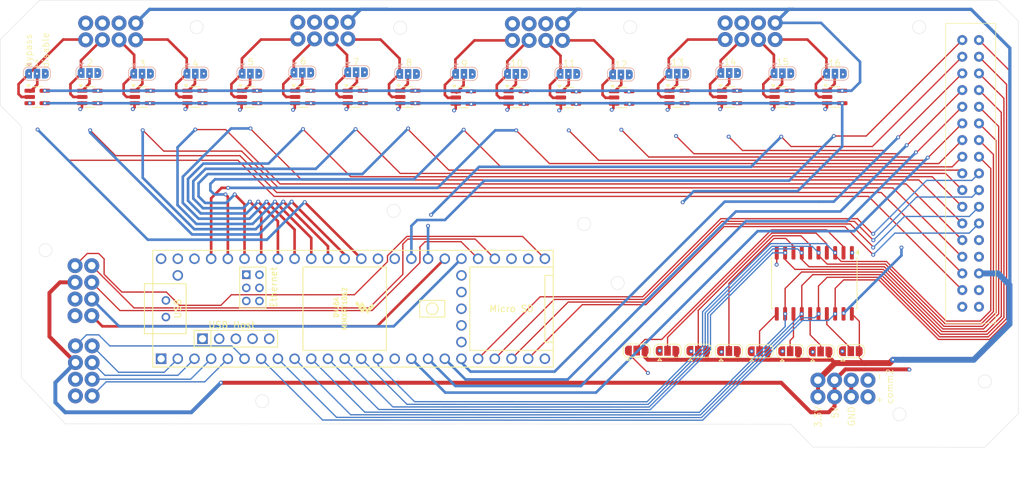
<source format=kicad_pcb>
(kicad_pcb (version 20240108) (generator "pcbnew") (generator_version "8.0")
  (layers (0 "F.Cu" signal) (1 "In1.Cu" signal) (2 "In2.Cu" signal) (31 "B.Cu" signal) (34 "B.Paste" user) (35 "F.Paste" user) (36 "B.SilkS" user "B.Silkscreen") (37 "F.SilkS" user "F.Silkscreen") (38 "B.Mask" user) (39 "F.Mask" user) (44 "Edge.Cuts" user))
  (net 0 "")
  (net 1 "Net-(J1-Pin_8)")
  (net 2 "GND")
  (net 3 "Net-(J1-Pin_6)")
  (net 4 "Net-(J1-Pin_7)")
  (net 5 "Net-(J1-Pin_5)")
  (net 7 "+3.3V")
  (net 9 "Net-(J2-Pin_7)")
  (net 12 "Net-(J2-Pin_8)")
  (net 13 "Net-(J2-Pin_6)")
  (net 14 "Net-(J2-Pin_5)")
  (net 16 "Net-(J3-Pin_7)")
  (net 18 "Net-(J3-Pin_6)")
  (net 19 "Net-(J3-Pin_5)")
  (net 20 "Net-(J3-Pin_8)")
  (net 22 "Net-(J4-Pin_8)")
  (net 24 "Net-(J4-Pin_6)")
  (net 25 "Net-(J4-Pin_5)")
  (net 26 "Net-(J4-Pin_7)")
  (net 27 "+5V")
  (net 28 "Net-(J6-Pin_5)")
  (net 29 "Net-(J6-Pin_4)")
  (net 30 "Net-(JP17-C)")
  (net 31 "Net-(JP18-C)")
  (net 32 "Net-(JP19-C)")
  (net 33 "Net-(JP20-C)")
  (net 34 "Net-(JP21-C)")
  (net 35 "Net-(JP22-C)")
  (net 36 "Net-(JP23-C)")
  (net 37 "Net-(JP24-C)")
  (net 63 "Net-(U10-~E)")
  (net 64 "Net-(J7-Pin_1)")
  (net 65 "Net-(J7-Pin_2)")
  (net 66 "Net-(J7-Pin_4)")
  (net 67 "Net-(J7-Pin_5)")
  (net 68 "Net-(J7-Pin_3)")
  (net 69 "Net-(J8-Pin_2)")
  (net 70 "Net-(J8-Pin_3)")
  (net 71 "Net-(J8-Pin_1)")
  (net 72 "Net-(J8-Pin_4)")
  (net 73 "Net-(J8-Pin_5)")
  (net 76 "Net-(J9-Pin_24)")
  (net 77 "Net-(J9-Pin_33)")
  (net 78 "Net-(J9-Pin_14)")
  (net 79 "Net-(J9-Pin_1)")
  (net 80 "Net-(J9-Pin_26)")
  (net 81 "Net-(J9-Pin_13)")
  (net 82 "Net-(J9-Pin_25)")
  (net 83 "Net-(J9-Pin_11)")
  (net 84 "Net-(J9-Pin_5)")
  (net 85 "Net-(J9-Pin_15)")
  (net 86 "Net-(J9-Pin_29)")
  (net 87 "Net-(J9-Pin_7)")
  (net 88 "Net-(J9-Pin_6)")
  (net 89 "Net-(J9-Pin_10)")
  (net 90 "Net-(J9-Pin_23)")
  (net 91 "Net-(J9-Pin_16)")
  (net 92 "Net-(J9-Pin_34)")
  (net 93 "Net-(J9-Pin_32)")
  (net 94 "Net-(J9-Pin_2)")
  (net 95 "Net-(J9-Pin_12)")
  (net 96 "Net-(J9-Pin_3)")
  (net 97 "Net-(J9-Pin_30)")
  (net 98 "Net-(J9-Pin_9)")
  (net 99 "Net-(J9-Pin_28)")
  (net 100 "Net-(J9-Pin_31)")
  (net 101 "Net-(J9-Pin_8)")
  (net 102 "Net-(J9-Pin_4)")
  (net 103 "Net-(J9-Pin_27)")
  (footprint "Package_TO_SOT_SMD:SC-74A-5_1.55x2.9mm_P0.95mm" (layer "F.Cu") (at 146.6 36.73)
    (property "Reference" "U7" (hide yes))
    (property "Value" "~" (hide yes))
  )
  (footprint "mine:Conn_02x04_2.54mm_pin" (layer "F.Cu") (at 148.24 33.11 180)
    (property "Reference" "J2" (hide yes))
    (property "Value" "Conn_02x04_Counter_Clockwise" (hide yes))
  )
  (footprint "Package_TO_SOT_SMD:SC-74A-5_1.55x2.9mm_P0.95mm" (layer "F.Cu") (at 130.6 36.73)
    (property "Reference" "U9" (hide yes))
    (property "Value" "~" (hide yes))
  )
  (footprint "Package_TO_SOT_SMD:SC-74A-5_1.55x2.9mm_P0.95mm" (layer "F.Cu") (at 65.75 36.65)
    (property "Reference" "U17" (hide yes))
    (property "Value" "~" (hide yes))
  )
  (footprint "Package_TO_SOT_SMD:SC-74A-5_1.55x2.9mm_P0.95mm" (layer "F.Cu") (at 114.15 36.65)
    (property "Reference" "U11" (hide yes))
    (property "Value" "~" (hide yes))
  )
  (footprint "Jumper:SolderJumper-3_P1.3mm_Open_RoundedPad1.0x1.5mm" (layer "F.Cu") (at 189.590001 75.3925)
    (property "Reference" "JP24" (hide yes))
    (property "Value" "SolderJumper_3_Open" (hide yes))
  )
  (footprint "Package_TO_SOT_SMD:SC-74A-5_1.55x2.9mm_P0.95mm" (layer "F.Cu") (at 171.13 36.65)
    (property "Reference" "U4" (hide yes))
    (property "Value" "~" (hide yes))
  )
  (footprint "Jumper:SolderJumper-3_P1.3mm_Open_RoundedPad1.0x1.5mm" (layer "F.Cu") (at 180.350001 75.4)
    (property "Reference" "JP22" (hide yes))
    (property "Value" "SolderJumper_3_Open" (hide yes))
  )
  (footprint "Package_TO_SOT_SMD:SC-74A-5_1.55x2.9mm_P0.95mm" (layer "F.Cu") (at 106.15 36.65)
    (property "Reference" "U12" (hide yes))
    (property "Value" "~" (hide yes))
  )
  (footprint "Package_TO_SOT_SMD:SC-74A-5_1.55x2.9mm_P0.95mm" (layer "F.Cu") (at 163.13 36.65)
    (property "Reference" "U5" (hide yes))
    (property "Value" "~" (hide yes))
  )
  (footprint "teensy:Teensy41" (layer "F.Cu") (at 113.81 68.92)
    (property "Reference" "U1" (hide yes))
    (property "Value" "Teensy4.1")
  )
  (footprint "Package_TO_SOT_SMD:SC-74A-5_1.55x2.9mm_P0.95mm" (layer "F.Cu") (at 73.75 36.65)
    (property "Reference" "U16" (hide yes))
    (property "Value" "~" (hide yes))
  )
  (footprint "Package_TO_SOT_SMD:SC-74A-5_1.55x2.9mm_P0.95mm" (layer "F.Cu") (at 187.13 36.65)
    (property "Reference" "U2" (hide yes))
    (property "Value" "~" (hide yes))
  )
  (footprint "Package_TO_SOT_SMD:SC-74A-5_1.55x2.9mm_P0.95mm" (layer "F.Cu") (at 179.13 36.65)
    (property "Reference" "U3" (hide yes))
    (property "Value" "~" (hide yes))
  )
  (footprint "Jumper:SolderJumper-3_P1.3mm_Open_RoundedPad1.0x1.5mm" (layer "F.Cu") (at 166.37 75.329999)
    (property "Reference" "JP19" (hide yes))
    (property "Value" "SolderJumper_3_Open" (hide yes))
  )
  (footprint "mine:Conn_02x04_2.54mm_pin" (layer "F.Cu") (at 180.62 32.98 180)
    (property "Reference" "J1" (hide yes))
    (property "Value" "Conn_02x04_Counter_Clockwise" (hide yes))
  )
  (footprint "Package_TO_SOT_SMD:SC-74A-5_1.55x2.9mm_P0.95mm" (layer "F.Cu") (at 89.75 36.65)
    (property "Reference" "U14" (hide yes))
    (property "Value" "~" (hide yes))
  )
  (footprint "Package_TO_SOT_SMD:SC-74A-5_1.55x2.9mm_P0.95mm" (layer "F.Cu") (at 138.65 36.73)
    (property "Reference" "U8" (hide yes))
    (property "Value" "~" (hide yes))
  )
  (footprint "Package_TO_SOT_SMD:SC-74A-5_1.55x2.9mm_P0.95mm" (layer "F.Cu") (at 98.05 36.65)
    (property "Reference" "U13" (hide yes))
    (property "Value" "~" (hide yes))
  )
  (footprint "mine:Conn_02x04_2.54mm_pin" (layer "F.Cu") (at 66.48 84.74 90)
    (property "Reference" "J7" (hide yes))
    (property "Value" "Conn_02x04_Counter_Clockwise")
  )
  (footprint "mine:Conn_02x04_2.54mm_pin" (layer "F.Cu") (at 182.04 74.72)
    (property "Reference" "J6" (hide yes))
    (property "Value" "Conn_02x04_Counter_Clockwise" (hide yes))
  )
  (footprint "Package_SO:SOIC-20W_7.5x12.8mm_P1.27mm" (layer "F.Cu") (at 184.035 65.05 -90)
    (property "Reference" "U18" (hide yes))
    (property "Value" "~")
  )
  (footprint "mine:Conn_02x04_2.54mm_pin" (layer "F.Cu") (at 115.58 32.88 180)
    (property "Reference" "J3" (hide yes))
    (property "Value" "Conn_02x04_Counter_Clockwise" (hide yes))
  )
  (footprint "Jumper:SolderJumper-3_P1.3mm_Open_RoundedPad1.0x1.5mm" (layer "F.Cu") (at 184.990001 75.435)
    (property "Reference" "JP23" (hide yes))
    (property "Value" "SolderJumper_3_Open" (hide yes))
  )
  (footprint "mine:Conn_02x04_2.54mm_pin" (layer "F.Cu") (at 66.42 72.52 90)
    (property "Reference" "J8" (hide yes))
    (property "Value" "Conn_02x04_Counter_Clockwise")
  )
  (footprint "Jumper:SolderJumper-3_P1.3mm_Open_RoundedPad1.0x1.5mm" (layer "F.Cu") (at 171.04 75.364999)
    (property "Reference" "JP20" (hide yes))
    (property "Value" "SolderJumper_3_Open" (hide yes))
  )
  (footprint "mine:Conn_02x04_2.54mm_pin" (layer "F.Cu") (at 83.28 33.02 180)
    (property "Reference" "J4" (hide yes))
    (property "Value" "Conn_02x04_Counter_Clockwise" (hide yes))
  )
  (footprint "Package_TO_SOT_SMD:SC-74A-5_1.55x2.9mm_P0.95mm" (layer "F.Cu") (at 81.75 36.65)
    (property "Reference" "U15" (hide yes))
    (property "Value" "~" (hide yes))
  )
  (footprint "Package_TO_SOT_SMD:SC-74A-5_1.55x2.9mm_P0.95mm" (layer "F.Cu") (at 122.15 36.65)
    (property "Reference" "U10" (hide yes))
    (property "Value" "~" (hide yes))
  )
  (footprint "Jumper:SolderJumper-3_P1.3mm_Open_RoundedPad1.0x1.5mm" (layer "F.Cu") (at 156.999999 75.294999)
    (property "Reference" "JP17" (hide yes))
    (property "Value" "SolderJumper_3_Open" (hide yes))
  )
  (footprint "Package_TO_SOT_SMD:SC-74A-5_1.55x2.9mm_P0.95mm" (layer "F.Cu") (at 154.7 36.73)
    (property "Reference" "U6" (hide yes))
    (property "Value" "~" (hide yes))
  )
  (footprint "Jumper:SolderJumper-3_P1.3mm_Open_RoundedPad1.0x1.5mm" (layer "F.Cu") (at 175.7 75.4)
    (property "Reference" "JP21" (hide yes))
    (property "Value" "SolderJumper_3_Open" (hide yes))
  )
  (footprint "mine:Conn_02x17_2.54mm_pin" (layer "F.Cu") (at 204.02 22.9)
    (property "Reference" "J9" (hide yes))
    (property "Value" "Conn_02x17_Counter_Clockwise")
  )
  (footprint "Jumper:SolderJumper-3_P1.3mm_Open_RoundedPad1.0x1.5mm" (layer "F.Cu") (at 161.689999 75.329999)
    (property "Reference" "JP18" (hide yes))
    (property "Value" "SolderJumper_3_Open" (hide yes))
  )
  (footprint "Jumper:SolderJumper-3_P1.3mm_Open_RoundedPad1.0x1.5mm" (layer "B.Cu") (at 187.18 33.1)
    (property "Reference" "JP1" (hide yes))
    (property "Value" "SolderJumper_3_Open" (hide yes))
  )
  (footprint "Jumper:SolderJumper-3_P1.3mm_Open_RoundedPad1.0x1.5mm" (layer "B.Cu") (at 106.1 32.9425)
    (property "Reference" "JP11" (hide yes))
    (property "Value" "SolderJumper_3_Open" (hide yes))
  )
  (footprint "Jumper:SolderJumper-3_P1.3mm_Open_RoundedPad1.0x1.5mm" (layer "B.Cu") (at 65.7 33.1)
    (property "Reference" "JP16" (hide yes))
    (property "Value" "SolderJumper_3_Open" (hide yes))
  )
  (footprint "Jumper:SolderJumper-3_P1.3mm_Open_RoundedPad1.0x1.5mm" (layer "B.Cu") (at 114.28 32.88)
    (property "Reference" "JP10" (hide yes))
    (property "Value" "SolderJumper_3_Open" (hide yes))
  )
  (footprint "Jumper:SolderJumper-3_P1.3mm_Open_RoundedPad1.0x1.5mm" (layer "B.Cu") (at 89.8 33.1)
    (property "Reference" "JP13" (hide yes))
    (property "Value" "SolderJumper_3_Open" (hide yes))
  )
  (footprint "Jumper:SolderJumper-3_P1.3mm_Open_RoundedPad1.0x1.5mm" (layer "B.Cu") (at 146.6 33.13)
    (property "Reference" "JP6" (hide yes))
    (property "Value" "SolderJumper_3_Open" (hide yes))
  )
  (footprint "Jumper:SolderJumper-3_P1.3mm_Open_RoundedPad1.0x1.5mm" (layer "B.Cu") (at 73.7 33)
    (property "Reference" "JP15" (hide yes))
    (property "Value" "SolderJumper_3_Open" (hide yes))
  )
  (footprint "Jumper:SolderJumper-3_P1.3mm_Open_RoundedPad1.0x1.5mm" (layer "B.Cu") (at 171.08 33)
    (property "Reference" "JP3" (hide yes))
    (property "Value" "SolderJumper_3_Open" (hide yes))
  )
  (footprint "Jumper:SolderJumper-3_P1.3mm_Open_RoundedPad1.0x1.5mm" (layer "B.Cu") (at 98.2 33.1)
    (property "Reference" "JP12" (hide yes))
    (property "Value" "SolderJumper_3_Open" (hide yes))
  )
  (footprint "Jumper:SolderJumper-3_P1.3mm_Open_RoundedPad1.0x1.5mm" (layer "B.Cu") (at 179.18 33.0425)
    (property "Reference" "JP2" (hide yes))
    (property "Value" "SolderJumper_3_Open" (hide yes))
  )
  (footprint "Jumper:SolderJumper-3_P1.3mm_Open_RoundedPad1.0x1.5mm" (layer "B.Cu") (at 81.7 33.1)
    (property "Reference" "JP14" (hide yes))
    (property "Value" "SolderJumper_3_Open" (hide yes))
  )
  (footprint "Jumper:SolderJumper-3_P1.3mm_Open_RoundedPad1.0x1.5mm" (layer "B.Cu") (at 122.2 33.1425)
    (property "Reference" "JP9" (hide yes))
    (property "Value" "SolderJumper_3_Open" (hide yes))
  )
  (footprint "Jumper:SolderJumper-3_P1.3mm_Open_RoundedPad1.0x1.5mm" (layer "B.Cu") (at 163.18 33.1)
    (property "Reference" "JP4" (hide yes))
    (property "Value" "SolderJumper_3_Open" (hide yes))
  )
  (footprint "Jumper:SolderJumper-3_P1.3mm_Open_RoundedPad1.0x1.5mm" (layer "B.Cu") (at 130.7 33.13)
    (property "Reference" "JP8" (hide yes))
    (property "Value" "SolderJumper_3_Open" (hide yes))
  )
  (footprint "Jumper:SolderJumper-3_P1.3mm_Open_RoundedPad1.0x1.5mm" (layer "B.Cu") (at 138.6 33.13)
    (property "Reference" "JP7" (hide yes))
    (property "Value" "SolderJumper_3_Open" (hide yes))
  )
  (footprint "Jumper:SolderJumper-3_P1.3mm_Open_RoundedPad1.0x1.5mm" (layer "B.Cu") (at 154.6 33.23)
    (property "Reference" "JP5" (hide yes))
    (property "Value" "SolderJumper_3_Open" (hide yes))
  )
  (gr_circle (center 67 60) (end 68 60) (stroke (width 0.05)) (fill none) (layer "Edge.Cuts"))
  (gr_circle (center 149 56) (end 150 56) (stroke (width 0.05)) (fill none) (layer "Edge.Cuts"))
  (gr_circle (center 197 85) (end 198 85) (stroke (width 0.05)) (fill none) (layer "Edge.Cuts"))
  (gr_circle (center 210 80) (end 211 80) (stroke (width 0.05)) (fill none) (layer "Edge.Cuts"))
  (gr_poly (pts (xy 211.9 21.9) (xy 215.1 25.1) (xy 215.1 84.9) (xy 209.981529 90.018471) (xy 183.8 90) (xy 180.450425 86.510859) (xy 70.022254 86.459496) (xy 63.3 79.380535) (xy 63.3 59.775676) (xy 63.3 41.1) (xy 60.1 37.9) (xy 60.1 27.9) (xy 66.1 21.9)) (stroke (width 0.05)) (fill none) (layer "Edge.Cuts"))
  (gr_circle (center 154.1 65) (end 155.1 65) (stroke (width 0.05)) (fill none) (layer "Edge.Cuts"))
  (gr_circle (center 121 26.1) (end 122 26.1) (stroke (width 0.05)) (fill none) (layer "Edge.Cuts"))
  (gr_circle (center 200 26) (end 201 26) (stroke (width 0.05)) (fill none) (layer "Edge.Cuts"))
  (gr_circle (center 120 54) (end 121 54) (stroke (width 0.05)) (fill none) (layer "Edge.Cuts"))
  (gr_circle (center 156 26) (end 157 26) (stroke (width 0.05)) (fill none) (layer "Edge.Cuts"))
  (gr_circle (center 90 26) (end 91 26) (stroke (width 0.05)) (fill none) (layer "Edge.Cuts"))
  (gr_circle (center 100 83) (end 101 83) (stroke (width 0.05)) (fill none) (layer "Edge.Cuts"))
  (gr_text "14" (at 170.2 31.9 0) (layer "F.SilkS") (effects (font (size 1 1) (thickness 0.1)) (justify left bottom)))
  (gr_text "11" (at 145.7 32.1 0) (layer "F.SilkS") (effects (font (size 1 1) (thickness 0.1)) (justify left bottom)))
  (gr_text "16" (at 186.1 32.1 0) (layer "F.SilkS") (effects (font (size 1 1) (thickness 0.1)) (justify left bottom)))
  (gr_text "9" (at 130.2 32.2 0) (layer "F.SilkS") (effects (font (size 1 1) (thickness 0.1)) (justify left bottom)))
  (gr_text "7" (at 113.7 31.9 0) (layer "F.SilkS") (effects (font (size 1 1) (thickness 0.1)) (justify left bottom)))
  (gr_text "disable" (at 67.6 32.3 90) (layer "F.SilkS") (effects (font (size 1 1) (thickness 0.1)) (justify left bottom)))
  (gr_text "2" (at 73.2 32 0) (layer "F.SilkS") (effects (font (size 1 1) (thickness 0.1)) (justify left bottom)))
  (gr_text "4" (at 89.3 32.2 0) (layer "F.SilkS") (effects (font (size 1 1) (thickness 0.1)) (justify left bottom)))
  (gr_text "8" (at 121.8 32 0) (layer "F.SilkS") (effects (font (size 1 1) (thickness 0.1)) (justify left bottom)))
  (gr_text "12" (at 153.6 32.3 0) (layer "F.SilkS") (effects (font (size 1 1) (thickness 0.1)) (justify left bottom)))
  (gr_text "5V" (at 187.8 85.7 90) (layer "F.SilkS") (effects (font (size 1 1) (thickness 0.1)) (justify left bottom)))
  (gr_text "10" (at 137.7 32.1 0) (layer "F.SilkS") (effects (font (size 1 1) (thickness 0.1)) (justify left bottom)))
  (gr_text "15" (at 178.2 31.9 0) (layer "F.SilkS") (effects (font (size 1 1) (thickness 0.1)) (justify left bottom)))
  (gr_text "5" (at 97.7 31.9 0) (layer "F.SilkS") (effects (font (size 1 1) (thickness 0.1)) (justify left bottom)))
  (gr_text "3" (at 81.2 32.2 0) (layer "F.SilkS") (effects (font (size 1 1) (thickness 0.1)) (justify left bottom)))
  (gr_text "GND" (at 190.3 86.9 90) (layer "F.SilkS") (effects (font (size 1 1) (thickness 0.1)) (justify left bottom)))
  (gr_text "1" (at 65.2 32.1 0) (layer "F.SilkS") (effects (font (size 1 1) (thickness 0.1)) (justify left bottom)))
  (gr_text "6" (at 105.7 31.8 0) (layer "F.SilkS") (effects (font (size 1 1) (thickness 0.1)) (justify left bottom)))
  (gr_text "bypass" (at 65 32.2 90) (layer "F.SilkS") (effects (font (size 1 1) (thickness 0.1)) (justify left bottom)))
  (gr_text "+   -\ncomm2" (at 196.1 83.5 90) (layer "F.SilkS") (effects (font (size 1 1) (thickness 0.1)) (justify left bottom)))
  (gr_text "3.3V" (at 185.2 87.1 90) (layer "F.SilkS") (effects (font (size 1 1) (thickness 0.1)) (justify left bottom)))
  (gr_text "13" (at 162.2 32 0) (layer "F.SilkS") (effects (font (size 1 1) (thickness 0.1)) (justify left bottom)))
  (segment (start 182.98 27.9) (end 178.08 27.9) (width 0.4) (layer "F.Cu") (net 1))
  (segment (start 184.28 34.7) (end 185.88 33.1) (width 0.4) (layer "F.Cu") (net 1))
  (segment (start 185.88 30.8) (end 182.98 27.9) (width 0.4) (layer "F.Cu") (net 1))
  (segment (start 185.98 36.65) (end 184.73 36.65) (width 0.4) (layer "F.Cu") (net 1))
  (segment (start 184.28 36.2) (end 184.28 34.7) (width 0.4) (layer "F.Cu") (net 1))
  (segment (start 184.73 36.65) (end 184.28 36.2) (width 0.4) (layer "F.Cu") (net 1))
  (segment (start 185.88 33.1) (end 185.88 30.8) (width 0.4) (layer "F.Cu") (net 1))
  (via (at 185.88 33.1) (size 0.6) (drill 0.3) (layers "F.Cu" "B.Cu") (net 1))
  (segment (start 178.32 60.4) (end 178.32 62.18) (width 0.2) (layer "F.Cu") (net 2))
  (segment (start 88.55 37.48) (end 88.55 38.25) (width 0.4) (layer "F.Cu") (net 2))
  (segment (start 137.3 38.6) (end 137.25 38.65) (width 0.4) (layer "F.Cu") (net 2))
  (segment (start 185.95 38.25) (end 185.7 38.5) (width 0.4) (layer "F.Cu") (net 2))
  (segment (start 96.85 38.35) (end 96.6 38.6) (width 0.4) (layer "F.Cu") (net 2))
  (segment (start 177.95 37.48) (end 177.95 38.25) (width 0.4) (layer "F.Cu") (net 2))
  (segment (start 129.45 38.45) (end 129.2 38.7) (width 0.4) (layer "F.Cu") (net 2))
  (segment (start 137.5 37.63) (end 137.5 38.4) (width 0.4) (layer "F.Cu") (net 2))
  (segment (start 153.45 38.35) (end 153.2 38.6) (width 0.4) (layer "F.Cu") (net 2))
  (segment (start 104.95 37.58) (end 104.95 38.35) (width 0.4) (layer "F.Cu") (net 2))
  (segment (start 189.66 82.34) (end 189.66 79.8) (width 0.6) (layer "F.Cu") (net 2))
  (segment (start 145.45 38.45) (end 145.2 38.7) (width 0.4) (layer "F.Cu") (net 2))
  (segment (start 177.95 38.25) (end 177.7 38.5) (width 0.4) (layer "F.Cu") (net 2))
  (segment (start 72.55 37.48) (end 72.55 38.25) (width 0.4) (layer "F.Cu") (net 2))
  (segment (start 137.5 38.4) (end 137.3 38.6) (width 0.4) (layer "F.Cu") (net 2))
  (segment (start 129.45 37.68) (end 129.45 38.45) (width 0.4) (layer "F.Cu") (net 2))
  (segment (start 72.55 38.25) (end 72.3 38.5) (width 0.4) (layer "F.Cu") (net 2))
  (segment (start 178.32 62.18) (end 178.3 62.2) (width 0.2) (layer "F.Cu") (net 2))
  (segment (start 185.95 37.48) (end 185.95 38.25) (width 0.4) (layer "F.Cu") (net 2))
  (segment (start 88.55 38.25) (end 88.3 38.5) (width 0.4) (layer "F.Cu") (net 2))
  (segment (start 104.95 38.35) (end 104.7 38.6) (width 0.4) (layer "F.Cu") (net 2))
  (segment (start 161.95 37.58) (end 161.95 38.35) (width 0.4) (layer "F.Cu") (net 2))
  (segment (start 153.45 37.58) (end 153.45 38.35) (width 0.4) (layer "F.Cu") (net 2))
  (segment (start 145.45 37.68) (end 145.45 38.45) (width 0.4) (layer "F.Cu") (net 2))
  (segment (start 120.95 37.48) (end 120.95 38.25) (width 0.4) (layer "F.Cu") (net 2))
  (segment (start 155.699999 75.294999) (end 155.699999 75.699999) (width 0.2) (layer "F.Cu") (net 2))
  (segment (start 155.699999 75.699999) (end 158.7 78.7) (width 0.2) (layer "F.Cu") (net 2))
  (segment (start 113.05 37.48) (end 113.05 38.25) (width 0.4) (layer "F.Cu") (net 2))
  (segment (start 169.95 37.48) (end 169.95 38.25) (width 0.4) (layer "F.Cu") (net 2))
  (segment (start 120.95 38.25) (end 120.7 38.5) (width 0.4) (layer "F.Cu") (net 2))
  (segment (start 169.95 38.25) (end 169.7 38.5) (width 0.4) (layer "F.Cu") (net 2))
  (segment (start 96.85 37.58) (end 96.85 38.35) (width 0.4) (layer "F.Cu") (net 2))
  (segment (start 80.55 38.25) (end 80.3 38.5) (width 0.4) (layer "F.Cu") (net 2))
  (segment (start 80.55 37.48) (end 80.55 38.25) (width 0.4) (layer "F.Cu") (net 2))
  (segment (start 113.05 38.25) (end 112.8 38.5) (width 0.4) (layer "F.Cu") (net 2))
  (segment (start 161.95 38.35) (end 161.7 38.6) (width 0.4) (layer "F.Cu") (net 2))
  (via (at 160.5 75.3) (size 0.6) (drill 0.3) (layers "F.Cu" "B.Cu") (net 2))
  (via (at 137.3 38.6) (size 0.6) (drill 0.3) (layers "F.Cu" "B.Cu") (net 2))
  (via (at 96.6 38.6) (size 0.6) (drill 0.3) (layers "F.Cu" "B.Cu") (net 2))
  (via (at 80.3 38.5) (size 0.6) (drill 0.3) (layers "F.Cu" "B.Cu") (net 2))
  (via (at 153.2 38.6) (size 0.6) (drill 0.3) (layers "F.Cu" "B.Cu") (net 2))
  (via (at 72.3 38.5) (size 0.6) (drill 0.3) (layers "F.Cu" "B.Cu") (net 2))
  (via (at 188.4 33.2) (size 0.6) (drill 0.3) (layers "F.Cu" "B.Cu") (net 2))
  (via (at 91.1 33.1) (size 0.6) (drill 0.3) (layers "F.Cu" "B.Cu") (net 2))
  (via (at 115.6 32.9) (size 0.6) (drill 0.3) (layers "F.Cu" "B.Cu") (net 2))
  (via (at 107.4 33) (size 0.6) (drill 0.3) (layers "F.Cu" "B.Cu") (net 2))
  (via (at 185.7 38.5) (size 0.6) (drill 0.3) (layers "F.Cu" "B.Cu") (net 2))
  (via (at 164.4 33.2) (size 0.6) (drill 0.3) (layers "F.Cu" "B.Cu") (net 2))
  (via (at 183.8 75.5) (size 0.6) (drill 0.3) (layers "F.Cu" "B.Cu") (net 2))
  (via (at 188.3 75.4) (size 0.6) (drill 0.3) (layers "F.Cu" "B.Cu") (net 2))
  (via (at 145.2 38.7) (size 0.6) (drill 0.3) (layers "F.Cu" "B.Cu") (net 2))
  (via (at 104.7 38.6) (size 0.6) (drill 0.3) (layers "F.Cu" "B.Cu") (net 2))
  (via (at 177.7 38.5) (size 0.6) (drill 0.3) (layers "F.Cu" "B.Cu") (net 2))
  (via (at 88.3 38.5) (size 0.6) (drill 0.3) (layers "F.Cu" "B.Cu") (net 2))
  (via (at 83 33.1) (size 0.6) (drill 0.3) (layers "F.Cu" "B.Cu") (net 2))
  (via (at 172.4 33) (size 0.6) (drill 0.3) (layers "F.Cu" "B.Cu") (net 2))
  (via (at 64.6 37.6) (size 0.6) (drill 0.3) (layers "F.Cu" "B.Cu") (net 2))
  (via (at 123.5 33.1) (size 0.6) (drill 0.3) (layers "F.Cu" "B.Cu") (net 2))
  (via (at 169.9 75.5) (size 0.6) (drill 0.3) (layers "F.Cu" "B.Cu") (net 2))
  (via (at 120.7 38.5) (size 0.6) (drill 0.3) (layers "F.Cu" "B.Cu") (net 2))
  (via (at 147.9 33.2) (size 0.6) (drill 0.3) (layers "F.Cu" "B.Cu") (net 2))
  (via (at 139.9 33.2) (size 0.6) (drill 0.3) (layers "F.Cu" "B.Cu") (net 2))
  (via (at 179.2 75.4) (size 0.6) (drill 0.3) (layers "F.Cu" "B.Cu") (net 2))
  (via (at 132 33.2) (size 0.6) (drill 0.3) (layers "F.Cu" "B.Cu") (net 2))
  (via (at 155.9 33.3) (size 0.6) (drill 0.3) (layers "F.Cu" "B.Cu") (net 2))
  (via (at 180.5 33.1) (size 0.6) (drill 0.3) (layers "F.Cu" "B.Cu") (net 2))
  (via (at 169.7 38.5) (size 0.6) (drill 0.3) (layers "F.Cu" "B.Cu") (net 2))
  (via (at 112.8 38.5) (size 0.6) (drill 0.3) (layers "F.Cu" "B.Cu") (net 2))
  (via (at 99.5 33.1) (size 0.6) (drill 0.3) (layers "F.Cu" "B.Cu") (net 2))
  (via (at 178.3 62.2) (size 0.6) (drill 0.3) (layers "F.Cu" "B.Cu") (net 2))
  (via (at 165.3 75.4) (size 0.6) (drill 0.3) (layers "F.Cu" "B.Cu") (net 2))
  (via (at 67 33.1) (size 0.6) (drill 0.3) (layers "F.Cu" "B.Cu") (net 2))
  (via (at 174.5 75.4) (size 0.6) (drill 0.3) (layers "F.Cu" "B.Cu") (net 2))
  (via (at 129.2 38.7) (size 0.6) (drill 0.3) (layers "F.Cu" "B.Cu") (net 2))
  (via (at 189.8 60.4) (size 0.6) (drill 0.3) (layers "F.Cu" "B.Cu") (net 2))
  (via (at 158.7 78.7) (size 0.6) (drill 0.3) (layers "F.Cu" "B.Cu") (net 2))
  (via (at 74.9 33) (size 0.6) (drill 0.3) (layers "F.Cu" "B.Cu") (net 2))
  (via (at 161.7 38.6) (size 0.6) (drill 0.3) (layers "F.Cu" "B.Cu") (net 2))
  (segment (start 169.78 31.1) (end 169.78 33.1) (width 0.4) (layer "F.Cu") (net 3))
  (segment (start 172.98 27.9) (end 169.78 31.1) (width 0.4) (layer "F.Cu") (net 3))
  (segment (start 173 27.9) (end 172.98 27.9) (width 0.4) (layer "F.Cu") (net 3))
  (segment (start 169.78 33.1) (end 168.18 34.7) (width 0.4) (layer "F.Cu") (net 3))
  (segment (start 168.63 36.65) (end 169.88 36.65) (width 0.4) (layer "F.Cu") (net 3))
  (segment (start 168.18 36.2) (end 168.63 36.65) (width 0.4) (layer "F.Cu") (net 3))
  (segment (start 168.18 34.7) (end 168.18 36.2) (width 0.4) (layer "F.Cu") (net 3))
  (via (at 169.78 33.1) (size 0.6) (drill 0.3) (layers "F.Cu" "B.Cu") (net 3))
  (segment (start 176.28 34.7) (end 177.88 33.1) (width 0.4) (layer "F.Cu") (net 4))
  (segment (start 176.73 36.65) (end 176.28 36.2) (width 0.4) (layer "F.Cu") (net 4))
  (segment (start 176.28 36.2) (end 176.28 34.7) (width 0.4) (layer "F.Cu") (net 4))
  (segment (start 177.98 36.65) (end 176.73 36.65) (width 0.4) (layer "F.Cu") (net 4))
  (segment (start 177.88 33.1) (end 177.88 30.24) (width 0.4) (layer "F.Cu") (net 4))
  (segment (start 177.88 30.24) (end 175.54 27.9) (width 0.4) (layer "F.Cu") (net 4))
  (via (at 177.88 33.1) (size 0.6) (drill 0.3) (layers "F.Cu" "B.Cu") (net 4))
  (segment (start 160.73 36.65) (end 160.28 36.2) (width 0.4) (layer "F.Cu") (net 5))
  (segment (start 160.28 34.7) (end 161.88 33.1) (width 0.4) (layer "F.Cu") (net 5))
  (segment (start 164.78 27.9) (end 170.460001 27.9) (width 0.4) (layer "F.Cu") (net 5))
  (segment (start 161.98 36.65) (end 160.73 36.65) (width 0.4) (layer "F.Cu") (net 5))
  (segment (start 161.88 30.8) (end 164.78 27.9) (width 0.4) (layer "F.Cu") (net 5))
  (segment (start 160.28 36.2) (end 160.28 34.7) (width 0.4) (layer "F.Cu") (net 5))
  (segment (start 161.88 33.1) (end 161.88 30.8) (width 0.4) (layer "F.Cu") (net 5))
  (via (at 161.88 33.1) (size 0.6) (drill 0.3) (layers "F.Cu" "B.Cu") (net 5))
  (segment (start 167.7 76.7) (end 167.67 76.67) (width 0.6) (layer "F.Cu") (net 7))
  (segment (start 181.6 76.7) (end 181.6 75.450001) (width 0.6) (layer "F.Cu") (net 7))
  (segment (start 196 76.7) (end 195.5 77.2) (width 0.9) (layer "F.Cu") (net 7))
  (segment (start 187.18 77.2) (end 184.58 79.8) (width 0.9) (layer "F.Cu") (net 7))
  (segment (start 190.890001 70.840001) (end 189.75 69.7) (width 0.2) (layer "F.Cu") (net 7))
  (segment (start 190.890001 76.390001) (end 191.7 77.2) (width 0.2) (layer "F.Cu") (net 7))
  (segment (start 172.4 76.7) (end 167.7 76.7) (width 0.6) (layer "F.Cu") (net 7))
  (segment (start 190.890001 75.3925) (end 190.890001 76.390001) (width 0.2) (layer "F.Cu") (net 7))
  (segment (start 162.989999 76.589999) (end 162.989999 75.329999) (width 0.6) (layer "F.Cu") (net 7))
  (segment (start 163.1 76.7) (end 162.989999 76.589999) (width 0.6) (layer "F.Cu") (net 7))
  (segment (start 191.7 77.2) (end 187.18 77.2) (width 0.9) (layer "F.Cu") (net 7))
  (segment (start 190.890001 75.3925) (end 190.890001 70.840001) (width 0.2) (layer "F.Cu") (net 7))
  (segment (start 167.7 76.7) (end 163.1 76.7) (width 0.6) (layer "F.Cu") (net 7))
  (segment (start 195.5 77.2) (end 191.7 77.2) (width 0.9) (layer "F.Cu") (net 7))
  (segment (start 158.7 76.7) (end 158.299999 76.299999) (width 0.6) (layer "F.Cu") (net 7))
  (segment (start 181.6 76.7) (end 177 76.7) (width 0.6) (layer "F.Cu") (net 7))
  (segment (start 186.3 76.7) (end 181.6 76.7) (width 0.6) (layer "F.Cu") (net 7))
  (segment (start 184.6 79.73) (end 184.6 82.27) (width 0.6) (layer "F.Cu") (net 7))
  (segment (start 209.1 63.6) (end 209.1 63.54) (width 0.6) (layer "F.Cu") (net 7))
  (segment (start 177 76.7) (end 172.4 76.7) (width 0.6) (layer "F.Cu") (net 7))
  (segment (start 186.68 76.7) (end 187.18 77.2) (width 0.6) (layer "F.Cu") (net 7))
  (segment (start 177 76.7) (end 177 75.4) (width 0.6) (layer "F.Cu") (net 7))
  (segment (start 167.67 76.67) (end 167.67 75.329999) (width 0.6) (layer "F.Cu") (net 7))
  (segment (start 186.290001 76.690001) (end 186.290001 75.435) (width 0.6) (layer "F.Cu") (net 7))
  (segment (start 186.3 76.7) (end 186.290001 76.690001) (width 0.6) (layer "F.Cu") (net 7))
  (segment (start 163.1 76.7) (end 158.7 76.7) (width 0.6) (layer "F.Cu") (net 7))
  (segment (start 172.4 76.7) (end 172.34 76.64) (width 0.6) (layer "F.Cu") (net 7))
  (segment (start 181.6 75.450001) (end 181.650001 75.4) (width 0.6) (layer "F.Cu") (net 7))
  (segment (start 186.3 76.7) (end 186.68 76.7) (width 0.6) (layer "F.Cu") (net 7))
  (segment (start 172.34 76.64) (end 172.34 75.364999) (width 0.6) (layer "F.Cu") (net 7))
  (segment (start 158.299999 76.299999) (end 158.299999 75.294999) (width 0.6) (layer "F.Cu") (net 7))
  (via (at 139.8 35.83) (size 0.6) (drill 0.3) (layers "F.Cu" "B.Cu") (net 7))
  (via (at 164.28 35.7) (size 0.6) (drill 0.3) (layers "F.Cu" "B.Cu") (net 7))
  (via (at 131.8 35.83) (size 0.6) (drill 0.3) (layers "F.Cu" "B.Cu") (net 7))
  (via (at 172.28 35.7) (size 0.6) (drill 0.3) (layers "F.Cu" "B.Cu") (net 7))
  (via (at 107.4 35.7) (size 0.6) (drill 0.3) (layers "F.Cu" "B.Cu") (net 7))
  (via (at 123.3 35.7) (size 0.6) (drill 0.3) (layers "F.Cu" "B.Cu") (net 7))
  (via (at 196 76.7) (size 0.8) (drill 0.3) (layers "F.Cu" "B.Cu") (net 7))
  (via (at 180.28 35.7) (size 0.6) (drill 0.3) (layers "F.Cu" "B.Cu") (net 7))
  (via (at 83 35.7) (size 0.6) (drill 0.3) (layers "F.Cu" "B.Cu") (net 7))
  (via (at 155.8 35.83) (size 0.6) (drill 0.3) (layers "F.Cu" "B.Cu") (net 7))
  (via (at 66.9 35.7) (size 0.6) (drill 0.3) (layers "F.Cu" "B.Cu") (net 7))
  (via (at 115.4 35.7) (size 0.6) (drill 0.3) (layers "F.Cu" "B.Cu") (net 7))
  (via (at 75 35.7) (size 0.6) (drill 0.3) (layers "F.Cu" "B.Cu") (net 7))
  (via (at 90.9 35.7) (size 0.6) (drill 0.3) (layers "F.Cu" "B.Cu") (net 7))
  (via (at 147.8 35.83) (size 0.6) (drill 0.3) (layers "F.Cu" "B.Cu") (net 7))
  (via (at 188.28 35.7) (size 0.6) (drill 0.3) (layers "F.Cu" "B.Cu") (net 7))
  (via (at 99.2 35.7) (size 0.6) (drill 0.3) (layers "F.Cu" "B.Cu") (net 7))
  (segment (start 185.06 25.36) (end 178.08 25.36) (width 0.4) (layer "B.Cu") (net 7))
  (segment (start 197.6 76.7) (end 196 76.7) (width 0.9) (layer "B.Cu") (net 7))
  (segment (start 191 34.4) (end 191 31.3) (width 0.4) (layer "B.Cu") (net 7))
  (segment (start 188.28 35.7) (end 189.7 35.7) (width 0.4) (layer "B.Cu") (net 7))
  (segment (start 148.4 23.3) (end 119 23.3) (width 0.5) (layer "B.Cu") (net 7))
  (segment (start 191 31.3) (end 185.06 25.36) (width 0.4) (layer "B.Cu") (net 7))
  (segment (start 211.99 63.54) (end 213.75 65.3) (width 0.9) (layer "B.Cu") (net 7))
  (segment (start 211.96 63.54) (end 209.1 63.54) (width 0.9) (layer "B.Cu") (net 7))
  (segment (start 213.75 65.3) (end 213.75 71.25) (width 0.9) (layer "B.Cu") (net 7))
  (segment (start 82.84 23.3) (end 80.74 25.4) (width 0.5) (layer "B.Cu") (net 7))
  (segment (start 209.7 75.3) (end 208.3 76.7) (width 0.9) (layer "B.Cu") (net 7))
  (segment (start 180.8 23.3) (end 148.4 23.3) (width 0.5) (layer "B.Cu") (net 7))
  (segment (start 180.8 23.3) (end 207.9 23.3) (width 0.5) (layer "B.Cu") (net 7))
  (segment (start 119 23.3) (end 82.84 23.3) (width 0.5) (layer "B.Cu") (net 7))
  (segment (start 213.75 71.25) (end 209.7 75.3) (width 0.9) (layer "B.Cu") (net 7))
  (segment (start 189.7 35.7) (end 191 34.4) (width 0.4) (layer "B.Cu") (net 7))
  (segment (start 207.9 23.3) (end 213.8 29.2) (width 0.5) (layer "B.Cu") (net 7))
  (segment (start 180.14 23.3) (end 178.08 25.36) (width 0.5) (layer "B.Cu") (net 7))
  (segment (start 213.8 65.25) (end 213.75 65.3) (width 0.5) (layer "B.Cu") (net 7))
  (segment (start 180.8 23.3) (end 180.14 23.3) (width 0.5) (layer "B.Cu") (net 7))
  (segment (start 148.4 23.3) (end 147.89 23.3) (width 0.5) (layer "B.Cu") (net 7))
  (segment (start 119 23.3) (end 115 23.3) (width 0.5) (layer "B.Cu") (net 7))
  (segment (start 213.8 29.2) (end 213.8 65.25) (width 0.5) (layer "B.Cu") (net 7))
  (segment (start 188.28 35.7) (end 66.9 35.7) (width 0.4) (layer "B.Cu") (net 7))
  (segment (start 147.89 23.3) (end 145.7 25.49) (width 0.5) (layer "B.Cu") (net 7))
  (segment (start 208.3 76.7) (end 197.6 76.7) (width 0.9) (layer "B.Cu") (net 7))
  (segment (start 211.96 63.54) (end 211.99 63.54) (width 0.9) (layer "B.Cu") (net 7))
  (segment (start 115 23.3) (end 114.35 23.95) (width 0.5) (layer "B.Cu") (net 7))
  (segment (start 114.35 23.95) (end 113.04 25.26) (width 0.5) (layer "B.Cu") (net 7))
  (segment (start 145.4 33.23) (end 145.4 33.2) (width 0.4) (layer "F.Cu") (net 9))
  (segment (start 145.5 36.78) (end 144.25 36.78) (width 0.4) (layer "F.Cu") (net 9))
  (segment (start 145.4 33.2) (end 145.4 30.37) (width 0.4) (layer "F.Cu") (net 9))
  (segment (start 143.8 34.83) (end 145.4 33.23) (width 0.4) (layer "F.Cu") (net 9))
  (segment (start 143.8 36.33) (end 143.8 34.83) (width 0.4) (layer "F.Cu") (net 9))
  (segment (start 145.4 30.37) (end 143.06 28.03) (width 0.4) (layer "F.Cu") (net 9))
  (segment (start 144.25 36.78) (end 143.8 36.33) (width 0.4) (layer "F.Cu") (net 9))
  (via (at 145.4 33.2) (size 0.6) (drill 0.3) (layers "F.Cu" "B.Cu") (net 9))
  (segment (start 152.25 36.78) (end 151.8 36.33) (width 0.4) (layer "F.Cu") (net 12))
  (segment (start 153.5 36.78) (end 152.25 36.78) (width 0.4) (layer "F.Cu") (net 12))
  (segment (start 153.4 33.2) (end 153.4 30.93) (width 0.4) (layer "F.Cu") (net 12))
  (segment (start 151.8 34.83) (end 153.4 33.23) (width 0.4) (layer "F.Cu") (net 12))
  (segment (start 150.5 28.03) (end 145.6 28.03) (width 0.4) (layer "F.Cu") (net 12))
  (segment (start 151.8 36.33) (end 151.8 34.83) (width 0.4) (layer "F.Cu") (net 12))
  (segment (start 153.4 33.23) (end 153.4 33.2) (width 0.4) (layer "F.Cu") (net 12))
  (segment (start 153.4 30.93) (end 150.5 28.03) (width 0.4) (layer "F.Cu") (net 12))
  (via (at 153.4 33.2) (size 0.6) (drill 0.3) (layers "F.Cu" "B.Cu") (net 12))
  (segment (start 137.3 33.23) (end 135.7 34.83) (width 0.4) (layer "F.Cu") (net 13))
  (segment (start 140.5 28.03) (end 137.3 31.23) (width 0.4) (layer "F.Cu") (net 13))
  (segment (start 140.52 28.03) (end 140.5 28.03) (width 0.4) (layer "F.Cu") (net 13))
  (segment (start 137.3 31.23) (end 137.3 33.13) (width 0.4) (layer "F.Cu") (net 13))
  (segment (start 136.15 36.78) (end 137.4 36.78) (width 0.4) (layer "F.Cu") (net 13))
  (segment (start 135.7 36.33) (end 136.15 36.78) (width 0.4) (layer "F.Cu") (net 13))
  (segment (start 135.7 34.83) (end 135.7 36.33) (width 0.4) (layer "F.Cu") (net 13))
  (segment (start 137.3 33.13) (end 137.3 33.23) (width 0.4) (layer "F.Cu") (net 13))
  (via (at 137.3 33.13) (size 0.6) (drill 0.3) (layers "F.Cu" "B.Cu") (net 13))
  (segment (start 129.4 33.23) (end 129.4 30.93) (width 0.4) (layer "F.Cu") (net 14))
  (segment (start 128.25 36.78) (end 127.8 36.33) (width 0.4) (layer "F.Cu") (net 14))
  (segment (start 127.8 36.33) (end 127.8 34.83) (width 0.4) (layer "F.Cu") (net 14))
  (segment (start 129.4 30.93) (end 132.3 28.03) (width 0.4) (layer "F.Cu") (net 14))
  (segment (start 132.3 28.03) (end 137.980001 28.03) (width 0.4) (layer "F.Cu") (net 14))
  (segment (start 129.5 36.78) (end 128.25 36.78) (width 0.4) (layer "F.Cu") (net 14))
  (segment (start 127.8 34.83) (end 129.4 33.23) (width 0.4) (layer "F.Cu") (net 14))
  (via (at 129.4 33.23) (size 0.6) (drill 0.3) (layers "F.Cu" "B.Cu") (net 14))
  (segment (start 113 36.65) (end 111.75 36.65) (width 0.4) (layer "F.Cu") (net 16))
  (segment (start 112.9 33) (end 113 32.9) (width 0.4) (layer "F.Cu") (net 16))
  (segment (start 112.9 30.24) (end 110.56 27.9) (width 0.4) (layer "F.Cu") (net 16))
  (segment (start 111.3 36.2) (end 111.3 34.7) (width 0.4) (layer "F.Cu") (net 16))
  (segment (start 112.9 32.8) (end 112.9 30.24) (width 0.4) (layer "F.Cu") (net 16))
  (segment (start 112.9 33.1) (end 112.9 33) (width 0.4) (layer "F.Cu") (net 16))
  (segment (start 111.75 36.65) (end 111.3 36.2) (width 0.4) (layer "F.Cu") (net 16))
  (segment (start 111.3 34.7) (end 112.9 33.1) (width 0.4) (layer "F.Cu") (net 16))
  (segment (start 113 32.9) (end 112.9 32.8) (width 0.4) (layer "F.Cu") (net 16))
  (via (at 113 32.9) (size 0.6) (drill 0.3) (layers "F.Cu" "B.Cu") (net 16))
  (segment (start 103.65 36.65) (end 104.9 36.65) (width 0.4) (layer "F.Cu") (net 18))
  (segment (start 103.2 34.7) (end 103.2 36.2) (width 0.4) (layer "F.Cu") (net 18))
  (segment (start 104.8 31.1) (end 104.8 32.9) (width 0.4) (layer "F.Cu") (net 18))
  (segment (start 104.8 33.1) (end 103.2 34.7) (width 0.4) (layer "F.Cu") (net 18))
  (segment (start 108 27.9) (end 104.8 31.1) (width 0.4) (layer "F.Cu") (net 18))
  (segment (start 103.2 36.2) (end 103.65 36.65) (width 0.4) (layer "F.Cu") (net 18))
  (segment (start 108.02 27.9) (end 108 27.9) (width 0.4) (layer "F.Cu") (net 18))
  (segment (start 104.8 32.9) (end 104.8 33.1) (width 0.4) (layer "F.Cu") (net 18))
  (via (at 104.8 32.9) (size 0.6) (drill 0.3) (layers "F.Cu" "B.Cu") (net 18))
  (segment (start 99.8 27.9) (end 105.480001 27.9) (width 0.4) (layer "F.Cu") (net 19))
  (segment (start 96.9 33.1) (end 96.9 30.8) (width 0.4) (layer "F.Cu") (net 19))
  (segment (start 95.75 36.65) (end 95.3 36.2) (width 0.4) (layer "F.Cu") (net 19))
  (segment (start 96.9 30.8) (end 99.8 27.9) (width 0.4) (layer "F.Cu") (net 19))
  (segment (start 95.3 36.2) (end 95.3 34.7) (width 0.4) (layer "F.Cu") (net 19))
  (segment (start 95.3 34.7) (end 96.9 33.1) (width 0.4) (layer "F.Cu") (net 19))
  (segment (start 97 36.65) (end 95.75 36.65) (width 0.4) (layer "F.Cu") (net 19))
  (via (at 96.9 33.1) (size 0.6) (drill 0.3) (layers "F.Cu" "B.Cu") (net 19))
  (segment (start 120.8 33.2) (end 120.9 33.2) (width 0.4) (layer "F.Cu") (net 20))
  (segment (start 120.9 33.1) (end 120.9 33.1) (width 0.4) (layer "F.Cu") (net 20))
  (segment (start 119.3 34.7) (end 120.8 33.2) (width 0.4) (layer "F.Cu") (net 20))
  (segment (start 119.75 36.65) (end 119.3 36.2) (width 0.4) (layer "F.Cu") (net 20))
  (segment (start 120.9 33.2) (end 120.9 33.1) (width 0.4) (layer "F.Cu") (net 20))
  (segment (start 118 27.9) (end 113.1 27.9) (width 0.4) (layer "F.Cu") (net 20))
  (segment (start 120.9 33.1) (end 120.9 30.8) (width 0.4) (layer "F.Cu") (net 20))
  (segment (start 119.3 36.2) (end 119.3 34.7) (width 0.4) (layer "F.Cu") (net 20))
  (segment (start 120.9 30.8) (end 118 27.9) (width 0.4) (layer "F.Cu") (net 20))
  (segment (start 121 36.65) (end 119.75 36.65) (width 0.4) (layer "F.Cu") (net 20))
  (via (at 120.9 33.2) (size 0.6) (drill 0.3) (layers "F.Cu" "B.Cu") (net 20))
  (segment (start 87.35 36.65) (end 86.9 36.2) (width 0.4) (layer "F.Cu") (net 22))
  (segment (start 86.9 34.7) (end 88.5 33.1) (width 0.4) (layer "F.Cu") (net 22))
  (segment (start 85.6 27.9) (end 80.7 27.9) (width 0.4) (layer "F.Cu") (net 22))
  (segment (start 88.5 33.1) (end 88.5 30.8) (width 0.4) (layer "F.Cu") (net 22))
  (segment (start 86.9 36.2) (end 86.9 34.7) (width 0.4) (layer "F.Cu") (net 22))
  (segment (start 88.6 36.65) (end 87.35 36.65) (width 0.4) (layer "F.Cu") (net 22))
  (segment (start 88.5 30.8) (end 85.6 27.9) (width 0.4) (layer "F.Cu") (net 22))
  (via (at 88.5 33.1) (size 0.6) (drill 0.3) (layers "F.Cu" "B.Cu") (net 22))
  (segment (start 70.8 36.2) (end 71.25 36.65) (width 0.4) (layer "F.Cu") (net 24))
  (segment (start 72.4 33.1) (end 70.8 34.7) (width 0.4) (layer "F.Cu") (net 24))
  (segment (start 70.8 34.7) (end 70.8 36.2) (width 0.4) (layer "F.Cu") (net 24))
  (segment (start 72.4 33) (end 72.4 33.1) (width 0.4) (layer "F.Cu") (net 24))
  (segment (start 75.6 27.9) (end 72.4 31.1) (width 0.4) (layer "F.Cu") (net 24))
  (segment (start 72.4 31.1) (end 72.4 33) (width 0.4) (layer "F.Cu") (net 24))
  (segment (start 75.62 27.9) (end 75.6 27.9) (width 0.4) (layer "F.Cu") (net 24))
  (segment (start 71.25 36.65) (end 72.5 36.65) (width 0.4) (layer "F.Cu") (net 24))
  (via (at 72.4 33) (size 0.6) (drill 0.3) (layers "F.Cu" "B.Cu") (net 24))
  (segment (start 64.6 36.65) (end 63.35 36.65) (width 0.4) (layer "F.Cu") (net 25))
  (segment (start 63.35 36.65) (end 62.9 36.2) (width 0.4) (layer "F.Cu") (net 25))
  (segment (start 62.9 36.2) (end 62.9 34.7) (width 0.4) (layer "F.Cu") (net 25))
  (segment (start 69.7 27.9) (end 73.080001 27.9) (width 0.4) (layer "F.Cu") (net 25))
  (segment (start 64.5 33.1) (end 69.7 27.9) (width 0.4) (layer "F.Cu") (net 25))
  (segment (start 62.9 34.7) (end 64.5 33.1) (width 0.4) (layer "F.Cu") (net 25))
  (via (at 64.5 33.1) (size 0.6) (drill 0.3) (layers "F.Cu" "B.Cu") (net 25))
  (segment (start 78.9 34.7) (end 80.4 33.2) (width 0.4) (layer "F.Cu") (net 26))
  (segment (start 79.35 36.65) (end 78.9 36.2) (width 0.4) (layer "F.Cu") (net 26))
  (segment (start 80.6 36.65) (end 79.35 36.65) (width 0.4) (layer "F.Cu") (net 26))
  (segment (start 80.5 33.1) (end 80.5 30.24) (width 0.4) (layer "F.Cu") (net 26))
  (segment (start 78.9 36.2) (end 78.9 34.7) (width 0.4) (layer "F.Cu") (net 26))
  (segment (start 80.5 33.1) (end 80.5 33.1) (width 0.4) (layer "F.Cu") (net 26))
  (segment (start 80.5 30.24) (end 78.16 27.9) (width 0.4) (layer "F.Cu") (net 26))
  (segment (start 80.4 33.2) (end 80.4 33.1) (width 0.4) (layer "F.Cu") (net 26))
  (segment (start 80.4 33.1) (end 80.5 33.1) (width 0.4) (layer "F.Cu") (net 26))
  (via (at 80.4 33.1) (size 0.6) (drill 0.3) (layers "F.Cu" "B.Cu") (net 26))
  (segment (start 67.6 66.5) (end 69.2 64.9) (width 0.6) (layer "F.Cu") (net 27))
  (segment (start 183.5 84.7) (end 186.22 84.7) (width 0.6) (layer "F.Cu") (net 27))
  (segment (start 69.2 64.9) (end 71.5 64.9) (width 0.6) (layer "F.Cu") (net 27))
  (segment (start 188.763 78.157) (end 187.12 79.8) (width 0.6) (layer "F.Cu") (net 27))
  (segment (start 71.56 77.12) (end 67.6 73.16) (width 0.6) (layer "F.Cu") (net 27))
  (segment (start 198.457 78.157) (end 188.763 78.157) (width 0.6) (layer "F.Cu") (net 27))
  (segment (start 67.6 73.16) (end 67.6 66.5) (width 0.6) (layer "F.Cu") (net 27))
  (segment (start 187.12 83.8) (end 187.12 79.8) (width 0.6) (layer "F.Cu") (net 27))
  (segment (start 186.22 84.7) (end 187.12 83.8) (width 0.6) (layer "F.Cu") (net 27))
  (segment (start 179 80.2) (end 183.5 84.7) (width 0.6) (layer "F.Cu") (net 27))
  (segment (start 198.5 78.2) (end 198.457 78.157) (width 0.6) (layer "F.Cu") (net 27))
  (segment (start 93.7 80.2) (end 179 80.2) (width 0.6) (layer "F.Cu") (net 27))
  (via (at 93.7 80.2) (size 0.6) (drill 0.3) (layers "F.Cu" "B.Cu") (net 27))
  (via (at 198.5 78.2) (size 0.6) (drill 0.3) (layers "F.Cu" "B.Cu") (net 27))
  (segment (start 68.5 80.18) (end 71.56 77.12) (width 0.6) (layer "B.Cu") (net 27))
  (segment (start 70 84.7) (end 68.5 83.2) (width 0.6) (layer "B.Cu") (net 27))
  (segment (start 89.2 84.7) (end 70 84.7) (width 0.6) (layer "B.Cu") (net 27))
  (segment (start 68.5 83.2) (end 68.5 80.18) (width 0.6) (layer "B.Cu") (net 27))
  (segment (start 93.7 80.2) (end 89.2 84.7) (width 0.6) (layer "B.Cu") (net 27))
  (segment (start 156.999999 74.863663) (end 158.263662 73.6) (width 0.2) (layer "F.Cu") (net 30))
  (segment (start 156.999999 75.294999) (end 156.999999 74.863663) (width 0.2) (layer "F.Cu") (net 30))
  (segment (start 160.802943 73.6) (end 177.502943 56.9) (width 0.2) (layer "F.Cu") (net 30))
  (segment (start 188.48 59.48) (end 188.48 60.4) (width 0.2) (layer "F.Cu") (net 30))
  (segment (start 158.263662 73.6) (end 160.802943 73.6) (width 0.2) (layer "F.Cu") (net 30))
  (segment (start 185.9 56.9) (end 188.48 59.48) (width 0.2) (layer "F.Cu") (net 30))
  (segment (start 177.502943 56.9) (end 185.9 56.9) (width 0.2) (layer "F.Cu") (net 30))
  (segment (start 185.94 59.04) (end 185.94 60.4) (width 0.2) (layer "F.Cu") (net 31))
  (segment (start 177.568628 57.4) (end 184.3 57.4) (width 0.2) (layer "F.Cu") (net 31))
  (segment (start 161.689999 75.329999) (end 161.689999 73.278629) (width 0.2) (layer "F.Cu") (net 31))
  (segment (start 161.689999 73.278629) (end 177.568628 57.4) (width 0.2) (layer "F.Cu") (net 31))
  (segment (start 184.3 57.4) (end 185.94 59.04) (width 0.2) (layer "F.Cu") (net 31))
  (segment (start 177.734314 57.8) (end 182 57.8) (width 0.2) (layer "F.Cu") (net 32))
  (segment (start 183.4 59.2) (end 183.4 60.4) (width 0.2) (layer "F.Cu") (net 32))
  (segment (start 182 57.8) (end 183.4 59.2) (width 0.2) (layer "F.Cu") (net 32))
  (segment (start 166.37 69.164314) (end 177.734314 57.8) (width 0.2) (layer "F.Cu") (net 32))
  (segment (start 166.37 75.329999) (end 166.37 69.164314) (width 0.2) (layer "F.Cu") (net 32))
  (segment (start 180.86 59.375) (end 180.86 60.399999) (width 0.2) (layer "F.Cu") (net 33))
  (segment (start 180.86 60.795552) (end 180.86 60.400001) (width 0.2) (layer "F.Cu") (net 33))
  (segment (start 179.685 58.2) (end 180.86 59.375) (width 0.2) (layer "F.Cu") (net 33))
  (segment (start 171.04 75.364999) (end 171.04 65.06) (width 0.2) (layer "F.Cu") (net 33))
  (segment (start 171.04 65.06) (end 177.9 58.2) (width 0.2) (layer "F.Cu") (net 33))
  (segment (start 177.9 58.2) (end 179.685 58.2) (width 0.2) (layer "F.Cu") (net 33))
  (segment (start 175.7 75.4) (end 175.7 72.32) (width 0.2) (layer "F.Cu") (net 34))
  (segment (start 175.7 72.32) (end 178.32 69.7) (width 0.2) (layer "F.Cu") (net 34))
  (segment (start 180.86 73.24) (end 180.86 69.700001) (width 0.2) (layer "F.Cu") (net 35))
  (segment (start 180.350001 73.749999) (end 180.86 73.24) (width 0.2) (layer "F.Cu") (net 35))
  (segment (start 180.350001 75.4) (end 180.350001 73.749999) (width 0.2) (layer "F.Cu") (net 35))
  (segment (start 183.4 72.9) (end 183.4 69.7) (width 0.2) (layer "F.Cu") (net 36))
  (segment (start 184.194999 73.694999) (end 183.4 72.9) (width 0.2) (layer "F.Cu") (net 36))
  (segment (start 184.990001 75.435) (end 184.990001 74.485) (width 0.2) (layer "F.Cu") (net 36))
  (segment (start 184.2 73.694999) (end 184.194999 73.694999) (width 0.2) (layer "F.Cu") (net 36))
  (segment (start 184.990001 74.485) (end 184.2 73.694999) (width 0.2) (layer "F.Cu") (net 36))
  (segment (start 185.94 71.311163) (end 185.94 69.7) (width 0.2) (layer "F.Cu") (net 37))
  (segment (start 189.590001 74.961164) (end 185.94 71.311163) (width 0.2) (layer "F.Cu") (net 37))
  (segment (start 189.590001 75.3925) (end 189.590001 74.961164) (width 0.2) (layer "F.Cu") (net 37))
  (via (at 164.28 37.6) (size 0.6) (drill 0.3) (layers "F.Cu" "B.Cu") (net 63))
  (via (at 172.28 37.6) (size 0.6) (drill 0.3) (layers "F.Cu" "B.Cu") (net 63))
  (via (at 115.4 37.6) (size 0.6) (drill 0.3) (layers "F.Cu" "B.Cu") (net 63))
  (via (at 90.9 37.6) (size 0.6) (drill 0.3) (layers "F.Cu" "B.Cu") (net 63))
  (via (at 188.5 69.6) (size 0.6) (drill 0.3) (layers "F.Cu" "B.Cu") (net 63))
  (via (at 66.9 37.6) (size 0.6) (drill 0.3) (layers "F.Cu" "B.Cu") (net 63))
  (via (at 188.28 37.6) (size 0.6) (drill 0.3) (layers "F.Cu" "B.Cu") (net 63))
  (via (at 147.8 37.73) (size 0.6) (drill 0.3) (layers "F.Cu" "B.Cu") (net 63))
  (via (at 139.8 37.73) (size 0.6) (drill 0.3) (layers "F.Cu" "B.Cu") (net 63))
  (via (at 164 52.7) (size 0.6) (drill 0.3) (layers "F.Cu" "B.Cu") (net 63))
  (via (at 131.8 37.73) (size 0.6) (drill 0.3) (layers "F.Cu" "B.Cu") (net 63))
  (via (at 180.28 37.6) (size 0.6) (drill 0.3) (layers "F.Cu" "B.Cu") (net 63))
  (via (at 123.3 37.6) (size 0.6) (drill 0.3) (layers "F.Cu" "B.Cu") (net 63))
  (via (at 107.4 37.6) (size 0.6) (drill 0.3) (layers "F.Cu" "B.Cu") (net 63))
  (via (at 99.4 37.6) (size 0.6) (drill 0.3) (layers "F.Cu" "B.Cu") (net 63))
  (via (at 82.9 37.6) (size 0.6) (drill 0.3) (layers "F.Cu" "B.Cu") (net 63))
  (via (at 75 37.6) (size 0.6) (drill 0.3) (layers "F.Cu" "B.Cu") (net 63))
  (via (at 197.3 59.6) (size 0.6) (drill 0.3) (layers "F.Cu" "B.Cu") (net 63))
  (via (at 155.9 37.73) (size 0.6) (drill 0.3) (layers "F.Cu" "B.Cu") (net 63))
  (segment (start 164 52.7) (end 165.7 51) (width 0.4) (layer "B.Cu") (net 63))
  (segment (start 188.28 37.6) (end 66.9 37.6) (width 0.4) (layer "B.Cu") (net 63))
  (segment (start 181.5 51) (end 188.28 44.22) (width 0.4) (layer "B.Cu") (net 63))
  (segment (start 197.3 59.6) (end 197.3 60.8) (width 0.4) (layer "B.Cu") (net 63))
  (segment (start 165.7 51) (end 181.5 51) (width 0.4) (layer "B.Cu") (net 63))
  (segment (start 188.28 44.22) (end 188.28 37.6) (width 0.4) (layer "B.Cu") (net 63))
  (segment (start 197.3 60.8) (end 188.5 69.6) (width 0.4) (layer "B.Cu") (net 63))
  (segment (start 91.24 80.06) (end 76.24 80.06) (width 0.2) (layer "B.Cu") (net 64))
  (segment (start 94.76 76.54) (end 91.24 80.06) (width 0.2) (layer "B.Cu") (net 64))
  (segment (start 76.24 80.06) (end 74.1 82.2) (width 0.2) (layer "B.Cu") (net 64))
  (segment (start 89.1 79.66) (end 74.1 79.66) (width 0.2) (layer "B.Cu") (net 65))
  (segment (start 92.22 76.54) (end 89.1 79.66) (width 0.2) (layer "B.Cu") (net 65))
  (segment (start 78.12 78.6) (end 74.1 74.58) (width 0.2) (layer "B.Cu") (net 66))
  (segment (start 85.08 78.6) (end 78.12 78.6) (width 0.2) (layer "B.Cu") (net 66))
  (segment (start 87.14 76.54) (end 85.08 78.6) (width 0.2) (layer "B.Cu") (net 66))
  (segment (start 95.3492 74.5892) (end 76.7892 74.5892) (width 0.2) (layer "B.Cu") (net 67))
  (segment (start 75.1 72.9) (end 73.240001 72.9) (width 0.2) (layer "B.Cu") (net 67))
  (segment (start 97.3 76.54) (end 95.3492 74.5892) (width 0.2) (layer "B.Cu") (net 67))
  (segment (start 73.240001 72.9) (end 71.56 74.580001) (width 0.2) (layer "B.Cu") (net 67))
  (segment (start 76.7892 74.5892) (end 75.1 72.9) (width 0.2) (layer "B.Cu") (net 67))
  (segment (start 87.157711 79.062289) (end 76.042289 79.062289) (width 0.2) (layer "B.Cu") (net 68))
  (segment (start 89.68 76.54) (end 87.157711 79.062289) (width 0.2) (layer "B.Cu") (net 68))
  (segment (start 76.042289 79.062289) (end 74.1 77.12) (width 0.2) (layer "B.Cu") (net 68))
  (segment (start 120.02 71.6) (end 130.32 61.3) (width 0.4) (layer "B.Cu") (net 69))
  (segment (start 78.2 71.6) (end 120.02 71.6) (width 0.4) (layer "B.Cu") (net 69))
  (segment (start 74.04 67.44) (end 78.2 71.6) (width 0.4) (layer "B.Cu") (net 69))
  (segment (start 124 61.9) (end 124 59.5) (width 0.2) (layer "F.Cu") (net 70))
  (segment (start 130.26 58.7) (end 132.86 61.3) (width 0.2) (layer "F.Cu") (net 70))
  (segment (start 116.7 69.2) (end 124 61.9) (width 0.2) (layer "F.Cu") (net 70))
  (segment (start 124 59.5) (end 124.8 58.7) (width 0.2) (layer "F.Cu") (net 70))
  (segment (start 78.34 69.2) (end 116.7 69.2) (width 0.2) (layer "F.Cu") (net 70))
  (segment (start 74.04 64.9) (end 78.34 69.2) (width 0.2) (layer "F.Cu") (net 70))
  (segment (start 124.8 58.7) (end 130.26 58.7) (width 0.2) (layer "F.Cu") (net 70))
  (segment (start 74.04 69.98) (end 75.66 71.6) (width 0.4) (layer "F.Cu") (net 71))
  (segment (start 117.48 71.6) (end 127.78 61.3) (width 0.4) (layer "F.Cu") (net 71))
  (segment (start 75.66 71.6) (end 117.48 71.6) (width 0.4) (layer "F.Cu") (net 71))
  (segment (start 121.4 63.674314) (end 121.4 59.070051) (width 0.2) (layer "F.Cu") (net 72))
  (segment (start 132.4 58.3) (end 135.4 61.3) (width 0.2) (layer "F.Cu") (net 72))
  (segment (start 116.274314 68.8) (end 121.4 63.674314) (width 0.2) (layer "F.Cu") (net 72))
  (segment (start 80.48 68.8) (end 116.274314 68.8) (width 0.2) (layer "F.Cu") (net 72))
  (segment (start 121.4 59.070051) (end 122.170051 58.3) (width 0.2) (layer "F.Cu") (net 72))
  (segment (start 74.04 62.36) (end 80.48 68.8) (width 0.2) (layer "F.Cu") (net 72))
  (segment (start 122.170051 58.3) (end 132.4 58.3) (width 0.2) (layer "F.Cu") (net 72))
  (segment (start 73.360001 60.5) (end 75.1 60.5) (width 0.2) (layer "F.Cu") (net 73))
  (segment (start 114.027235 66.7884) (end 119.06 61.755635) (width 0.2) (layer "F.Cu") (net 73))
  (segment (start 86.6 67.6) (end 87.4 68.4) (width 0.2) (layer "F.Cu") (net 73))
  (segment (start 93.7 68.4) (end 95.3116 66.7884) (width 0.2) (layer "F.Cu") (net 73))
  (segment (start 78.622843 66.377157) (end 85.400659 66.377157) (width 0.2) (layer "F.Cu") (net 73))
  (segment (start 75.922843 61.322843) (end 75.922843 63.677157) (width 0.2) (layer "F.Cu") (net 73))
  (segment (start 119.06 61.755635) (end 119.06 60.844365) (width 0.2) (layer "F.Cu") (net 73))
  (segment (start 95.3116 66.7884) (end 114.027235 66.7884) (width 0.2) (layer "F.Cu") (net 73))
  (segment (start 85.400659 66.377157) (end 86.6 67.576498) (width 0.2) (layer "F.Cu") (net 73))
  (segment (start 75.1 60.5) (end 75.922843 61.322843) (width 0.2) (layer "F.Cu") (net 73))
  (segment (start 71.5 62.360001) (end 73.360001 60.5) (width 0.2) (layer "F.Cu") (net 73))
  (segment (start 119.06 60.844365) (end 122.004365 57.9) (width 0.2) (layer "F.Cu") (net 73))
  (segment (start 87.4 68.4) (end 93.7 68.4) (width 0.2) (layer "F.Cu") (net 73))
  (segment (start 122.004365 57.9) (end 139.62 57.9) (width 0.2) (layer "F.Cu") (net 73))
  (segment (start 86.6 67.576498) (end 86.6 67.6) (width 0.2) (layer "F.Cu") (net 73))
  (segment (start 139.62 57.9) (end 143.02 61.3) (width 0.2) (layer "F.Cu") (net 73))
  (segment (start 75.922843 63.677157) (end 78.622843 66.377157) (width 0.2) (layer "F.Cu") (net 73))
  (segment (start 193 59.5) (end 189.5 56) (width 0.2) (layer "F.Cu") (net 76))
  (segment (start 158.231372 67.9) (end 146.58 67.9) (width 0.2) (layer "F.Cu") (net 76))
  (segment (start 146.58 67.9) (end 137.94 76.54) (width 0.2) (layer "F.Cu") (net 76))
  (segment (start 189.5 56) (end 170.131372 56) (width 0.2) (layer "F.Cu") (net 76))
  (segment (start 193 59.6) (end 193 59.5) (width 0.2) (layer "F.Cu") (net 76))
  (segment (start 170.131372 56) (end 158.231372 67.9) (width 0.2) (layer "F.Cu") (net 76))
  (segment (start 193 59.6) (end 192.9 59.6) (width 0.2) (layer "F.Cu") (net 76))
  (via (at 193 59.6) (size 0.6) (drill 0.3) (layers "F.Cu" "B.Cu") (net 76))
  (segment (start 207.622 54.858) (end 209.1 53.38) (width 0.2) (layer "B.Cu") (net 76))
  (segment (start 193 59.6) (end 197.742 54.858) (width 0.2) (layer "B.Cu") (net 76))
  (segment (start 197.742 54.858) (end 207.622 54.858) (width 0.2) (layer "B.Cu") (net 76))
  (segment (start 184.7 69.7) (end 184.735001 69.65) (width 0.2) (layer "F.Cu") (net 77))
  (segment (start 213.3 34.72) (end 209.1 30.52) (width 0.2) (layer "F.Cu") (net 77))
  (segment (start 213.3 70.431372) (end 213.3 34.72) (width 0.2) (layer "F.Cu") (net 77))
  (segment (start 203.105884 73.2) (end 210.531372 73.2) (width 0.2) (layer "F.Cu") (net 77))
  (segment (start 184.67 69.7) (end 184.67 65.455) (width 0.2) (layer "F.Cu") (net 77))
  (segment (start 186 64.125) (end 194.030884 64.125) (width 0.2) (layer "F.Cu") (net 77))
  (segment (start 210.531372 73.2) (end 213.3 70.431372) (width 0.2) (layer "F.Cu") (net 77))
  (segment (start 184.67 65.455) (end 186 64.125) (width 0.2) (layer "F.Cu") (net 77))
  (segment (start 194.030884 64.125) (end 203.105884 73.2) (width 0.2) (layer "F.Cu") (net 77))
  (via (at 184.7 69.7) (size 0.6) (drill 0.3) (layers "F.Cu" "B.Cu") (net 77))
  (segment (start 182.065686 70.3) (end 166.861148 85.504538) (width 0.2) (layer "B.Cu") (net 77))
  (segment (start 166.861148 85.504538) (end 111.318704 85.478704) (width 0.2) (layer "B.Cu") (net 77))
  (segment (start 184.1 70.3) (end 182.065686 70.3) (width 0.2) (layer "B.Cu") (net 77))
  (segment (start 111.318704 85.478704) (end 102.38 76.54) (width 0.2) (layer "B.Cu") (net 77))
  (segment (start 184.7 69.7) (end 184.1 70.3) (width 0.2) (layer "B.Cu") (net 77))
  (segment (start 81.75 34.65) (end 81.75 33.15) (width 0.4) (layer "F.Cu") (net 78))
  (segment (start 85 44.9) (end 96.851472 44.9) (width 0.2) (layer "F.Cu") (net 78))
  (segment (start 81.8 41.72) (end 81.82 41.72) (width 0.2) (layer "F.Cu") (net 78))
  (segment (start 81.75 33.05) (end 81.75 32.95) (width 0.2) (layer "F.Cu") (net 78))
  (segment (start 196 50.5) (end 206.5 61) (width 0.2) (layer "F.Cu") (net 78))
  (segment (start 80.65 35.75) (end 81.75 34.65) (width 0.4) (layer "F.Cu") (net 78))
  (segment (start 81.75 33.15) (end 81.7 33.1) (width 0.4) (layer "F.Cu") (net 78))
  (segment (start 81.82 41.72) (end 85 44.9) (width 0.2) (layer "F.Cu") (net 78))
  (segment (start 96.851472 44.9) (end 102.451472 50.5) (width 0.2) (layer "F.Cu") (net 78))
  (segment (start 103.197392 52.6) (end 110 59.402608) (width 0.4) (layer "F.Cu") (net 78))
  (segment (start 110 59.402608) (end 110 61.3) (width 0.4) (layer "F.Cu") (net 78))
  (segment (start 102.451472 50.5) (end 196 50.5) (width 0.2) (layer "F.Cu") (net 78))
  (segment (start 81.7 33.1) (end 81.75 33.05) (width 0.2) (layer "F.Cu") (net 78))
  (segment (start 206.5 61) (end 206.56 61) (width 0.2) (layer "F.Cu") (net 78))
  (via (at 81.8 41.72) (size 0.6) (drill 0.3) (layers "F.Cu" "B.Cu") (net 78))
  (via (at 81.7 33.1) (size 0.6) (drill 0.3) (layers "F.Cu" "B.Cu") (net 78))
  (via (at 103.197392 52.6) (size 0.6) (drill 0.3) (layers "F.Cu" "B.Cu") (net 78))
  (segment (start 81.8 48.956855) (end 81.8 41.72) (width 0.4) (layer "B.Cu") (net 78))
  (segment (start 98.997392 56.8) (end 89.643145 56.8) (width 0.4) (layer "B.Cu") (net 78))
  (segment (start 103.197392 52.6) (end 98.997392 56.8) (width 0.4) (layer "B.Cu") (net 78))
  (segment (start 89.643145 56.8) (end 81.8 48.956855) (width 0.4) (layer "B.Cu") (net 78))
  (segment (start 187.13 33.15) (end 187.18 33.1) (width 0.4) (layer "F.Cu") (net 79))
  (segment (start 187 42.6) (end 191.94 42.6) (width 0.2) (layer "F.Cu") (net 79))
  (segment (start 187.13 34.65) (end 187.13 33.15) (width 0.4) (layer "F.Cu") (net 79))
  (segment (start 191.94 42.6) (end 206.56 27.98) (width 0.2) (layer "F.Cu") (net 79))
  (segment (start 186.03 35.75) (end 187.13 34.65) (width 0.4) (layer "F.Cu") (net 79))
  (segment (start 187.18 33.1) (end 187.13 33.05) (width 0.2) (layer "F.Cu") (net 79))
  (segment (start 187.13 33.05) (end 187.13 32.95) (width 0.2) (layer "F.Cu") (net 79))
  (via (at 187.18 33.1) (size 0.6) (drill 0.3) (layers "F.Cu" "B.Cu") (net 79))
  (via (at 187 42.6) (size 0.6) (drill 0.3) (layers "F.Cu" "B.Cu") (net 79))
  (segment (start 123.6 55.4) (end 127.8 55.4) (width 0.4) (layer "B.Cu") (net 79))
  (segment (start 133.8 49.4) (end 180.2 49.4) (width 0.4) (layer "B.Cu") (net 79))
  (segment (start 180.2 49.4) (end 187 42.6) (width 0.4) (layer "B.Cu") (net 79))
  (segment (start 122.7 61.3) (end 122.7 56.3) (width 0.4) (layer "B.Cu") (net 79))
  (segment (start 127.8 55.4) (end 133.8 49.4) (width 0.4) (layer "B.Cu") (net 79))
  (segment (start 122.7 56.3) (end 123.6 55.4) (width 0.4) (layer "B.Cu") (net 79))
  (segment (start 192.9 57.5) (end 190.6 55.2) (width 0.2) (layer "F.Cu") (net 80))
  (segment (start 157.9 67.1) (end 142.3 67.1) (width 0.2) (layer "F.Cu") (net 80))
  (segment (start 142.3 67.1) (end 132.86 76.54) (width 0.2) (layer "F.Cu") (net 80))
  (segment (start 193 57.5) (end 192.9 57.5) (width 0.2) (layer "F.Cu") (net 80))
  (segment (start 190.6 55.2) (end 169.8 55.2) (width 0.2) (layer "F.Cu") (net 80))
  (segment (start 169.8 55.2) (end 157.9 67.1) (width 0.2) (layer "F.Cu") (net 80))
  (via (at 193 57.5) (size 0.6) (drill 0.3) (layers "F.Cu" "B.Cu") (net 80))
  (segment (start 208.038 49.362) (end 209.1 48.3) (width 0.2) (layer "B.Cu") (net 80))
  (segment (start 201.138 49.362) (end 208.038 49.362) (width 0.2) (layer "B.Cu") (net 80))
  (segment (start 193 57.5) (end 201.138 49.362) (width 0.2) (layer "B.Cu") (net 80))
  (segment (start 102.7 49.9) (end 198 49.9) (width 0.2) (layer "F.Cu") (net 81))
  (segment (start 88.65 35.75) (end 89.75 34.65) (width 0.4) (layer "F.Cu") (net 81))
  (segment (start 89.8 33.1) (end 89.75 33.05) (width 0.2) (layer "F.Cu") (net 81))
  (segment (start 89.75 33.15) (end 89.8 33.1) (width 0.4) (layer "F.Cu") (net 81))
  (segment (start 89.75 33.05) (end 89.75 32.95) (width 0.2) (layer "F.Cu") (net 81))
  (segment (start 89.75 34.65) (end 89.75 33.15) (width 0.4) (layer "F.Cu") (net 81))
  (segment (start 107.46 58.135399) (end 107.46 61.3) (width 0.4) (layer "F.Cu") (net 81))
  (segment (start 89.8 41.62) (end 94.42 41.62) (width 0.2) (layer "F.Cu") (net 81))
  (segment (start 94.42 41.62) (end 102.7 49.9) (width 0.2) (layer "F.Cu") (net 81))
  (segment (start 198 49.9) (end 206.56 58.46) (width 0.2) (layer "F.Cu") (net 81))
  (segment (start 101.924601 52.6) (end 107.46 58.135399) (width 0.4) (layer "F.Cu") (net 81))
  (via (at 89.8 41.62) (size 0.6) (drill 0.3) (layers "F.Cu" "B.Cu") (net 81))
  (via (at 89.8 33.1) (size 0.6) (drill 0.3) (layers "F.Cu" "B.Cu") (net 81))
  (via (at 101.924601 52.6) (size 0.6) (drill 0.3) (layers "F.Cu" "B.Cu") (net 81))
  (segment (start 89.974516 56) (end 87.1 53.125484) (width 0.4) (layer "B.Cu") (net 81))
  (segment (start 87.1 53.125484) (end 87.1 44.32) (width 0.4) (layer "B.Cu") (net 81))
  (segment (start 101.924601 52.6) (end 98.524601 56) (width 0.4) (layer "B.Cu") (net 81))
  (segment (start 87.1 44.32) (end 89.8 41.62) (width 0.4) (layer "B.Cu") (net 81))
  (segment (start 98.524601 56) (end 89.974516 56) (width 0.4) (layer "B.Cu") (net 81))
  (segment (start 169.731372 55.834315) (end 167.932844 57.632843) (width 0.2) (layer "F.Cu") (net 82))
  (segment (start 193.015685 58.484314) (end 190.131371 55.6) (width 0.2) (layer "F.Cu") (net 82))
  (segment (start 167.932844 57.632843) (end 167.932843 57.632843) (width 0.2) (layer "F.Cu") (net 82))
  (segment (start 158.065686 67.5) (end 144.44 67.5) (width 0.2) (layer "F.Cu") (net 82))
  (segment (start 167.932843 57.632843) (end 158.065686 67.5) (width 0.2) (layer "F.Cu") (net 82))
  (segment (start 144.44 67.5) (end 135.4 76.54) (width 0.2) (layer "F.Cu") (net 82))
  (segment (start 190.131371 55.6) (end 169.965686 55.6) (width 0.2) (layer "F.Cu") (net 82))
  (segment (start 169.965686 55.6) (end 169.731372 55.834315) (width 0.2) (layer "F.Cu") (net 82))
  (segment (start 193.015686 58.484314) (end 193.015685 58.484314) (width 0.2) (layer "F.Cu") (net 82))
  (via (at 193.015686 58.484314) (size 0.6) (drill 0.3) (layers "F.Cu" "B.Cu") (net 82))
  (segment (start 199.598 51.902) (end 208.038 51.902) (width 0.2) (layer "B.Cu") (net 82))
  (segment (start 193.015686 58.484314) (end 199.598 51.902) (width 0.2) (layer "B.Cu") (net 82))
  (segment (start 208.038 51.902) (end 209.1 50.84) (width 0.2) (layer "B.Cu") (net 82))
  (segment (start 106.1 33) (end 106.1 32.9) (width 0.2) (layer "F.Cu") (net 83))
  (segment (start 99.379018 52.6) (end 102.38 55.600982) (width 0.4) (layer "F.Cu") (net 83))
  (segment (start 106.1 34.6) (end 106.1 33) (width 0.4) (layer "F.Cu") (net 83))
  (segment (start 201.98 48.8) (end 206.56 53.38) (width 0.2) (layer "F.Cu") (net 83))
  (segment (start 106.2 41.55) (end 113.45 48.8) (width 0.2) (layer "F.Cu") (net 83))
  (segment (start 105 35.7) (end 106.1 34.6) (width 0.4) (layer "F.Cu") (net 83))
  (segment (start 113.45 48.8) (end 201.98 48.8) (width 0.2) (layer "F.Cu") (net 83))
  (segment (start 102.38 55.600982) (end 102.38 61.3) (width 0.4) (layer "F.Cu") (net 83))
  (via (at 99.379018 52.6) (size 0.6) (drill 0.3) (layers "F.Cu" "B.Cu") (net 83))
  (via (at 106.2 41.55) (size 0.6) (drill 0.3) (layers "F.Cu" "B.Cu") (net 83))
  (via (at 106.1 33) (size 0.6) (drill 0.3) (layers "F.Cu" "B.Cu") (net 83))
  (segment (start 100.95 46.8) (end 106.2 41.55) (width 0.4) (layer "B.Cu") (net 83))
  (segment (start 99.379018 52.6) (end 97.579018 54.4) (width 0.4) (layer "B.Cu") (net 83))
  (segment (start 90.637258 54.4) (end 88.7 52.462742) (width 0.4) (layer "B.Cu") (net 83))
  (segment (start 88.7 49.137258) (end 91.037258 46.8) (width 0.4) (layer "B.Cu") (net 83))
  (segment (start 91.037258 46.8) (end 100.95 46.8) (width 0.4) (layer "B.Cu") (net 83))
  (segment (start 88.7 52.462742) (end 88.7 49.137258) (width 0.4) (layer "B.Cu") (net 83))
  (segment (start 97.579018 54.4) (end 90.637258 54.4) (width 0.4) (layer "B.Cu") (net 83))
  (segment (start 199.6 45.1) (end 206.56 38.14) (width 0.2) (layer "F.Cu") (net 84))
  (segment (start 154.65 33.18) (end 154.65 33.08) (width 0.2) (layer "F.Cu") (net 84))
  (segment (start 154.65 34.78) (end 154.65 33.28) (width 0.4) (layer "F.Cu") (net 84))
  (segment (start 198.9 45.8) (end 199.5 45.2) (width 0.2) (layer "F.Cu") (net 84))
  (segment (start 154.66 41.64) (end 158.82 45.8) (width 0.2) (layer "F.Cu") (net 84))
  (segment (start 199.5 45.2) (end 199.5 45.1) (width 0.2) (layer "F.Cu") (net 84))
  (segment (start 153.55 35.88) (end 154.65 34.78) (width 0.4) (layer "F.Cu") (net 84))
  (segment (start 154.7 33.23) (end 154.7 33.23) (width 0.4) (layer "F.Cu") (net 84))
  (segment (start 154.7 33.23) (end 154.6 33.23) (width 0.4) (layer "F.Cu") (net 84))
  (segment (start 154.6 33.13) (end 154.65 33.18) (width 0.2) (layer "F.Cu") (net 84))
  (segment (start 154.65 33.28) (end 154.7 33.23) (width 0.4) (layer "F.Cu") (net 84))
  (segment (start 154.6 33.23) (end 154.6 33.13) (width 0.2) (layer "F.Cu") (net 84))
  (segment (start 158.82 45.8) (end 198.9 45.8) (width 0.2) (layer "F.Cu") (net 84))
  (segment (start 199.5 45.1) (end 199.6 45.1) (width 0.2) (layer "F.Cu") (net 84))
  (via (at 154.66 41.64) (size 0.6) (drill 0.3) (layers "F.Cu" "B.Cu") (net 84))
  (via (at 199.5 45.1) (size 0.6) (drill 0.3) (layers "F.Cu" "B.Cu") (net 84))
  (via (at 154.6 33.23) (size 0.6) (drill 0.3) (layers "F.Cu" "B.Cu") (net 84))
  (segment (start 189 55.6) (end 199.5 45.1) (width 0.4) (layer "B.Cu") (net 84))
  (segment (start 148.5 80.7) (end 173.6 55.6) (width 0.4) (layer "B.Cu") (net 84))
  (segment (start 129.4 80.7) (end 148.5 80.7) (width 0.4) (layer "B.Cu") (net 84))
  (segment (start 173.6 55.6) (end 189 55.6) (width 0.4) (layer "B.Cu") (net 84))
  (segment (start 125.24 76.54) (end 129.4 80.7) (width 0.4) (layer "B.Cu") (net 84))
  (segment (start 196.1 53.08) (end 196.08 53.08) (width 0.2) (layer "F.Cu") (net 85))
  (segment (start 112.54 60.669816) (end 112.54 61.3) (width 0.4) (layer "F.Cu") (net 85))
  (segment (start 73.7 33.1) (end 73.7 33) (width 0.2) (layer "F.Cu") (net 85))
  (segment (start 102.2 51.2) (end 194.2 51.2) (width 0.2) (layer "F.Cu") (net 85))
  (segment (start 73.7 33) (end 73.7 32.9) (width 0.2) (layer "F.Cu") (net 85))
  (segment (start 73.8 41.72) (end 77.68 45.6) (width 0.2) (layer "F.Cu") (net 85))
  (segment (start 196.08 53.08) (end 194.2 51.2) (width 0.2) (layer "F.Cu") (net 85))
  (segment (start 77.68 45.6) (end 96.6 45.6) (width 0.2) (layer "F.Cu") (net 85))
  (segment (start 104.470184 52.6) (end 112.54 60.669816) (width 0.4) (layer "F.Cu") (net 85))
  (segment (start 96.6 45.6) (end 102.2 51.2) (width 0.2) (layer "F.Cu") (net 85))
  (segment (start 196.1 53.08) (end 206.56 63.54) (width 0.2) (layer "F.Cu") (net 85))
  (segment (start 72.6 35.7) (end 73.7 34.6) (width 0.4) (layer "F.Cu") (net 85))
  (segment (start 73.7 34.6) (end 73.7 33.1) (width 0.4) (layer "F.Cu") (net 85))
  (via (at 73.7 33.1) (size 0.6) (drill 0.3) (layers "F.Cu" "B.Cu") (net 85))
  (via (at 104.470184 52.6) (size 0.6) (drill 0.3) (layers "F.Cu" "B.Cu") (net 85))
  (via (at 73.8 41.72) (size 0.6) (drill 0.3) (layers "F.Cu" "B.Cu") (net 85))
  (segment (start 104.470184 52.6) (end 99.470184 57.6) (width 0.4) (layer "B.Cu") (net 85))
  (segment (start 89.311774 57.6) (end 73.8 42.088226) (width 0.4) (layer "B.Cu") (net 85))
  (segment (start 99.470184 57.6) (end 89.311774 57.6) (width 0.4) (layer "B.Cu") (net 85))
  (segment (start 73.8 42.088226) (end 73.8 41.72) (width 0.4) (layer "B.Cu") (net 85))
  (segment (start 203.768628 71.6) (end 209.631372 71.6) (width 0.2) (layer "F.Cu") (net 86))
  (segment (start 182.13 61.424999) (end 183.230001 62.525) (width 0.2) (layer "F.Cu") (net 86))
  (segment (start 182.1 60.4) (end 182.13 60.4) (width 0.2) (layer "F.Cu") (net 86))
  (segment (start 209.631372 71.6) (end 211.7 69.531372) (width 0.2) (layer "F.Cu") (net 86))
  (segment (start 211.7 69.531372) (end 211.7 43.28) (width 0.2) (layer "F.Cu") (net 86))
  (segment (start 194.693628 62.525) (end 203.768628 71.6) (width 0.2) (layer "F.Cu") (net 86))
  (segment (start 182.13 60.4) (end 182.13 61.424999) (width 0.2) (layer "F.Cu") (net 86))
  (segment (start 211.7 43.28) (end 209.1 40.68) (width 0.2) (layer "F.Cu") (net 86))
  (segment (start 183.230001 62.525) (end 194.693628 62.525) (width 0.2) (layer "F.Cu") (net 86))
  (via (at 182.1 60.4) (size 0.6) (drill 0.3) (layers "F.Cu" "B.Cu") (net 86))
  (segment (start 167.827207 74.966909) (end 158.893284 83.900832) (width 0.2) (layer "B.Cu") (net 86))
  (segment (start 177.734314 59.8) (end 167.827207 69.707107) (width 0.2) (layer "B.Cu") (net 86))
  (segment (start 119.882688 83.882688) (end 112.54 76.54) (width 0.2) (layer "B.Cu") (net 86))
  (segment (start 158.893284 83.900832) (end 119.882688 83.882688) (width 0.2) (layer "B.Cu") (net 86))
  (segment (start 182.1 60.4) (end 181.5 59.8) (width 0.2) (layer "B.Cu") (net 86))
  (segment (start 167.827207 69.707107) (end 167.827207 74.966909) (width 0.2) (layer "B.Cu") (net 86))
  (segment (start 181.5 59.8) (end 177.734314 59.8) (width 0.2) (layer "B.Cu") (net 86))
  (segment (start 137.5 35.83) (end 138.6 34.73) (width 0.4) (layer "F.Cu") (net 87))
  (segment (start 92.22 52.08) (end 92.22 61.3) (width 0.4) (layer "F.Cu") (net 87))
  (segment (start 94.8 50.5) (end 93.8 50.5) (width 0.4) (layer "F.Cu") (net 87))
  (segment (start 138.6 33.13) (end 138.6 33.03) (width 0.2) (layer "F.Cu") (net 87))
  (segment (start 138.66 41.74) (end 143.72 46.8) (width 0.2) (layer "F.Cu") (net 87))
  (segment (start 143.72 46.8) (end 202.98 46.8) (width 0.2) (layer "F.Cu") (net 87))
  (segment (start 202.98 46.8) (end 206.56 43.22) (width 0.2) (layer "F.Cu") (net 87))
  (segment (start 93.8 50.5) (end 92.22 52.08) (width 0.4) (layer "F.Cu") (net 87))
  (segment (start 138.6 34.73) (end 138.6 33.13) (width 0.4) (layer "F.Cu") (net 87))
  (via (at 94.8 50.5) (size 0.6) (drill 0.3) (layers "F.Cu" "B.Cu") (net 87))
  (via (at 138.66 41.74) (size 0.6) (drill 0.3) (layers "F.Cu" "B.Cu") (net 87))
  (via (at 138.6 33.13) (size 0.6) (drill 0.3) (layers "F.Cu" "B.Cu") (net 87))
  (segment (start 126.7 50.5) (end 135.46 41.74) (width 0.4) (layer "B.Cu") (net 87))
  (segment (start 135.46 41.74) (end 138.66 41.74) (width 0.4) (layer "B.Cu") (net 87))
  (segment (start 94.8 50.5) (end 126.7 50.5) (width 0.4) (layer "B.Cu") (net 87))
  (segment (start 146.66 41.74) (end 151.22 46.3) (width 0.2) (layer "F.Cu") (net 88))
  (segment (start 200.94 46.3) (end 201.3 45.94) (width 0.2) (layer "F.Cu") (net 88))
  (segment (start 201.3 45.94) (end 201.3 45.9) (width 0.2) (layer "F.Cu") (net 88))
  (segment (start 146.6 33.13) (end 146.65 33.08) (width 0.2) (layer "F.Cu") (net 88))
  (segment (start 145.55 35.88) (end 146.65 34.78) (width 0.4) (layer "F.Cu") (net 88))
  (segment (start 201.3 45.9) (end 201.34 45.9) (width 0.2) (layer "F.Cu") (net 88))
  (segment (start 151.22 46.3) (end 200.94 46.3) (width 0.2) (layer "F.Cu") (net 88))
  (segment (start 146.65 34.78) (end 146.65 33.28) (width 0.4) (layer "F.Cu") (net 88))
  (segment (start 201.34 45.9) (end 206.56 40.68) (width 0.2) (layer "F.Cu") (net 88))
  (segment (start 146.65 33.18) (end 146.6 33.13) (width 0.4) (layer "F.Cu") (net 88))
  (segment (start 146.6 33.23) (end 146.65 33.18) (width 0.4) (layer "F.Cu") (net 88))
  (segment (start 146.65 33.28) (end 146.6 33.23) (width 0.4) (layer "F.Cu") (net 88))
  (via (at 146.66 41.74) (size 0.6) (drill 0.3) (layers "F.Cu" "B.Cu") (net 88))
  (via (at 146.6 33.13) (size 0.6) (drill 0.3) (layers "F.Cu" "B.Cu") (net 88))
  (via (at 201.3 45.9) (size 0.6) (drill 0.3) (layers "F.Cu" "B.Cu") (net 88))
  (segment (start 190.1 57.1) (end 201.3 45.9) (width 0.4) (layer "B.Cu") (net 88))
  (segment (start 150.8 81.7) (end 175.4 57.1) (width 0.4) (layer "B.Cu") (net 88))
  (segment (start 175.4 57.1) (end 190.1 57.1) (width 0.4) (layer "B.Cu") (net 88))
  (segment (start 122.7 76.54) (end 127.86 81.7) (width 0.4) (layer "B.Cu") (net 88))
  (segment (start 127.86 81.7) (end 150.8 81.7) (width 0.4) (layer "B.Cu") (net 88))
  (segment (start 114.4 33.14) (end 114.4 34.4) (width 0.4) (layer "F.Cu") (net 89))
  (segment (start 99.84 54.333773) (end 99.84 61.3) (width 0.4) (layer "F.Cu") (net 89))
  (segment (start 114.28 32.88) (end 114.21 32.95) (width 0.2) (layer "F.Cu") (net 89))
  (segment (start 114.21 32.95) (end 114.15 32.95) (width 0.2) (layer "F.Cu") (net 89))
  (segment (start 114.25 41.55) (end 121 48.3) (width 0.2) (layer "F.Cu") (net 89))
  (segment (start 114.28 33.02) (end 114.4 33.14) (width 0.4) (layer "F.Cu") (net 89))
  (segment (start 114.4 34.4) (end 113.05 35.75) (width 0.4) (layer "F.Cu") (net 89))
  (segment (start 114.28 32.88) (end 114.28 33.02) (width 0.4) (layer "F.Cu") (net 89))
  (segment (start 204.02 48.3) (end 206.56 50.84) (width 0.2) (layer "F.Cu") (net 89))
  (segment (start 98.106226 52.599999) (end 99.84 54.333773) (width 0.4) (layer "F.Cu") (net 89))
  (segment (start 114.2 41.55) (end 114.25 41.55) (width 0.2) (layer "F.Cu") (net 89))
  (segment (start 121 48.3) (end 204.02 48.3) (width 0.2) (layer "F.Cu") (net 89))
  (via (at 98.106226 52.599999) (size 0.6) (drill 0.3) (layers "F.Cu" "B.Cu") (net 89))
  (via (at 114.28 32.88) (size 0.6) (drill 0.3) (layers "F.Cu" "B.Cu") (net 89))
  (via (at 114.2 41.55) (size 0.6) (drill 0.3) (layers "F.Cu" "B.Cu") (net 89))
  (segment (start 97.106225 53.6) (end 90.968629 53.6) (width 0.4) (layer "B.Cu") (net 89))
  (segment (start 98.106226 52.599999) (end 97.106225 53.6) (width 0.4) (layer "B.Cu") (net 89))
  (segment (start 90.968629 53.6) (end 89.5 52.131371) (width 0.4) (layer "B.Cu") (net 89))
  (segment (start 91.368629 47.6) (end 108.15 47.6) (width 0.4) (layer "B.Cu") (net 89))
  (segment (start 108.15 47.6) (end 114.2 41.55) (width 0.4) (layer "B.Cu") (net 89))
  (segment (start 89.5 52.131371) (end 89.5 49.468629) (width 0.4) (layer "B.Cu") (net 89))
  (segment (start 89.5 49.468629) (end 91.368629 47.6) (width 0.4) (layer "B.Cu") (net 89))
  (segment (start 193 60.7) (end 188.7 56.4) (width 0.2) (layer "F.Cu") (net 90))
  (segment (start 170.297058 56.4) (end 158.397058 68.3) (width 0.2) (layer "F.Cu") (net 90))
  (segment (start 148.72 68.3) (end 140.48 76.54) (width 0.2) (layer "F.Cu") (net 90))
  (segment (start 158.397058 68.3) (end 148.72 68.3) (width 0.2) (layer "F.Cu") (net 90))
  (segment (start 188.7 56.4) (end 170.297058 56.4) (width 0.2) (layer "F.Cu") (net 90))
  (via (at 193 60.7) (size 0.6) (drill 0.3) (layers "F.Cu" "B.Cu") (net 90))
  (segment (start 207.622 57.398) (end 209.1 55.92) (width 0.2) (layer "B.Cu") (net 90))
  (segment (start 193 60.7) (end 196.302 57.398) (width 0.2) (layer "B.Cu") (net 90))
  (segment (start 196.302 57.398) (end 207.622 57.398) (width 0.2) (layer "B.Cu") (net 90))
  (segment (start 192.28 51.8) (end 206.56 66.08) (width 0.2) (layer "F.Cu") (net 91))
  (segment (start 65.7 33.2) (end 65.75 33.15) (width 0.4) (layer "F.Cu") (net 91))
  (segment (start 96.3 46.3) (end 101.8 51.8) (width 0.2) (layer "F.Cu") (net 91))
  (segment (start 101.8 51.8) (end 192.28 51.8) (width 0.2) (layer "F.Cu") (net 91))
  (segment (start 65.75 34.75) (end 65.75 33.25) (width 0.4) (layer "F.Cu") (net 91))
  (segment (start 65.75 33.25) (end 65.7 33.2) (width 0.4) (layer "F.Cu") (net 91))
  (segment (start 65.7 33.1) (end 65.75 33.05) (width 0.2) (layer "F.Cu") (net 91))
  (segment (start 106.458511 52.678511) (end 115.08 61.3) (width 0.4) (layer "F.Cu") (net 91))
  (segment (start 70.48 46.3) (end 96.3 46.3) (width 0.2) (layer "F.Cu") (net 91))
  (segment (start 64.65 35.85) (end 65.75 34.75) (width 0.4) (layer "F.Cu") (net 91))
  (segment (start 65.8 41.62) (end 70.48 46.3) (width 0.2) (layer "F.Cu") (net 91))
  (segment (start 65.75 33.15) (end 65.7 33.1) (width 0.4) (layer "F.Cu") (net 91))
  (via (at 65.8 41.62) (size 0.6) (drill 0.3) (layers "F.Cu" "B.Cu") (net 91))
  (via (at 106.458511 52.678511) (size 0.6) (drill 0.3) (layers "F.Cu" "B.Cu") (net 91))
  (via (at 65.7 33.1) (size 0.6) (drill 0.3) (layers "F.Cu" "B.Cu") (net 91))
  (segment (start 106.421489 52.678511) (end 100.7 58.4) (width 0.4) (layer "B.Cu") (net 91))
  (segment (start 106.458511 52.678511) (end 106.421489 52.678511) (width 0.4) (layer "B.Cu") (net 91))
  (segment (start 100.7 58.4) (end 82.58 58.4) (width 0.4) (layer "B.Cu") (net 91))
  (segment (start 82.58 58.4) (end 65.8 41.62) (width 0.4) (layer "B.Cu") (net 91))
  (segment (start 187.21 65.815) (end 188.5 64.525) (width 0.2) (layer "F.Cu") (net 92))
  (segment (start 213.7 32.58) (end 209.1 27.98) (width 0.2) (layer "F.Cu") (net 92))
  (segment (start 213.7 70.597058) (end 213.7 32.58) (width 0.2) (layer "F.Cu") (net 92))
  (segment (start 188.5 64.525) (end 193.865198 64.525) (width 0.2) (layer "F.Cu") (net 92))
  (segment (start 187.21 69.700001) (end 187.2 69.7) (width 0.2) (layer "F.Cu") (net 92))
  (segment (start 187.21 69.700001) (end 187.21 65.815) (width 0.2) (layer "F.Cu") (net 92))
  (segment (start 210.697058 73.6) (end 213.7 70.597058) (width 0.2) (layer "F.Cu") (net 92))
  (segment (start 202.940198 73.6) (end 210.697058 73.6) (width 0.2) (layer "F.Cu") (net 92))
  (segment (start 193.865198 64.525) (end 202.940198 73.6) (width 0.2) (layer "F.Cu") (net 92))
  (via (at 187.2 69.7) (size 0.6) (drill 0.3) (layers "F.Cu" "B.Cu") (net 92))
  (segment (start 167.026757 85.904615) (end 109.177708 85.877708) (width 0.2) (layer "B.Cu") (net 92))
  (segment (start 186.2 70.7) (end 182.231372 70.7) (width 0.2) (layer "B.Cu") (net 92))
  (segment (start 182.231372 70.7) (end 167.026757 85.904615) (width 0.2) (layer "B.Cu") (net 92))
  (segment (start 109.177708 85.877708) (end 99.84 76.54) (width 0.2) (layer "B.Cu") (net 92))
  (segment (start 187.2 69.7) (end 186.2 70.7) (width 0.2) (layer "B.Cu") (net 92))
  (segment (start 182.13 65.395) (end 183.8 63.725) (width 0.2) (layer "F.Cu") (net 93))
  (segment (start 194.19657 63.725) (end 203.27157 72.8) (width 0.2) (layer "F.Cu") (net 93))
  (segment (start 182.13 69.7) (end 182.13 65.395) (width 0.2) (layer "F.Cu") (net 93))
  (segment (start 212.9 70.265686) (end 212.9 36.86) (width 0.2) (layer "F.Cu") (net 93))
  (segment (start 182.13 69.7) (end 182.1 69.7) (width 0.2) (layer "F.Cu") (net 93))
  (segment (start 210.365686 72.8) (end 210.6 72.565685) (width 0.2) (layer "F.Cu") (net 93))
  (segment (start 183.8 63.725) (end 194.19657 63.725) (width 0.2) (layer "F.Cu") (net 93))
  (segment (start 210.6 72.565685) (end 212.9 70.265686) (width 0.2) (layer "F.Cu") (net 93))
  (segment (start 212.9 36.86) (end 209.1 33.06) (width 0.2) (layer "F.Cu") (net 93))
  (segment (start 203.27157 72.8) (end 210.365686 72.8) (width 0.2) (layer "F.Cu") (net 93))
  (segment (start 182.1 69.7) (end 182.13 68.675001) (width 0.2) (layer "F.Cu") (net 93))
  (via (at 182.1 69.7) (size 0.6) (drill 0.3) (layers "F.Cu" "B.Cu") (net 93))
  (segment (start 182.1 69.7) (end 166.695539 85.104461) (width 0.2) (layer "B.Cu") (net 93))
  (segment (start 113.4597 85.0797) (end 104.92 76.54) (width 0.2) (layer "B.Cu") (net 93))
  (segment (start 166.695539 85.104461) (end 113.4597 85.0797) (width 0.2) (layer "B.Cu") (net 93))
  (segment (start 192.88 44.2) (end 206.56 30.52) (width 0.2) (layer "F.Cu") (net 94))
  (segment (start 179 42.7) (end 180.5 44.2) (width 0.2) (layer "F.Cu") (net 94))
  (segment (start 180.5 44.2) (end 192.88 44.2) (width 0.2) (layer "F.Cu") (net 94))
  (segment (start 179.13 33.05) (end 179.13 32.95) (width 0.2) (layer "F.Cu") (net 94))
  (segment (start 178.03 35.75) (end 179.13 34.65) (width 0.4) (layer "F.Cu") (net 94))
  (segment (start 179.13 33.15) (end 179.08 33.1) (width 0.4) (layer "F.Cu") (net 94))
  (segment (start 179.13 34.65) (end 179.13 33.15) (width 0.4) (layer "F.Cu") (net 94))
  (segment (start 179.08 33.1) (end 179.13 33.05) (width 0.2) (layer "F.Cu") (net 94))
  (via (at 179.08 33.1) (size 0.6) (drill 0.3) (layers "F.Cu" "B.Cu") (net 94))
  (via (at 125.24 56.3) (size 0.6) (drill 0.3) (layers "F.Cu" "B.Cu") (net 94))
  (via (at 179 42.7) (size 0.6) (drill 0.3) (layers "F.Cu" "B.Cu") (net 94))
  (via (at 125.7 54.6) (size 0.6) (drill 0.3) (layers "F.Cu" "B.Cu") (net 94))
  (segment (start 125.24 56.3) (end 125.24 61.3) (width 0.4) (layer "B.Cu") (net 94))
  (segment (start 125.7 54.6) (end 133 47.3) (width 0.4) (layer "B.Cu") (net 94))
  (segment (start 174.4 47.3) (end 179 42.7) (width 0.4) (layer "B.Cu") (net 94))
  (segment (start 133 47.3) (end 174.4 47.3) (width 0.4) (layer "B.Cu") (net 94))
  (segment (start 98.1 33.1) (end 98.15 33.05) (width 0.2) (layer "F.Cu") (net 95))
  (segment (start 98.15 33.15) (end 98.1 33.1) (width 0.4) (layer "F.Cu") (net 95))
  (segment (start 98.2 41.45) (end 98.2 41.5) (width 0.2) (layer "F.Cu") (net 95))
  (segment (start 98.1 33.2) (end 98.15 33.15) (width 0.4) (layer "F.Cu") (net 95))
  (segment (start 98.2 41.5) (end 106 49.3) (width 0.2) (layer "F.Cu") (net 95))
  (segment (start 98.15 33.25) (end 98.1 33.2) (width 0.4) (layer "F.Cu") (net 95))
  (segment (start 106 49.3) (end 199.94 49.3) (width 0.2) (layer "F.Cu") (net 95))
  (segment (start 199.94 49.3) (end 206.56 55.92) (width 0.2) (layer "F.Cu") (net 95))
  (segment (start 104.92 56.868191) (end 104.92 61.3) (width 0.4) (layer "F.Cu") (net 95))
  (segment (start 100.651809 52.6) (end 104.92 56.868191) (width 0.4) (layer "F.Cu") (net 95))
  (segment (start 97.05 35.85) (end 98.15 34.75) (width 0.4) (layer "F.Cu") (net 95))
  (segment (start 98.15 34.75) (end 98.15 33.25) (width 0.4) (layer "F.Cu") (net 95))
  (via (at 100.651809 52.6) (size 0.6) (drill 0.3) (layers "F.Cu" "B.Cu") (net 95))
  (via (at 98.1 33.1) (size 0.6) (drill 0.3) (layers "F.Cu" "B.Cu") (net 95))
  (via (at 98.2 41.45) (size 0.6) (drill 0.3) (layers "F.Cu" "B.Cu") (net 95))
  (segment (start 90.305887 55.2) (end 87.9 52.794113) (width 0.4) (layer "B.Cu") (net 95))
  (segment (start 95.255887 41.45) (end 98.2 41.45) (width 0.4) (layer "B.Cu") (net 95))
  (segment (start 98.051809 55.2) (end 90.305887 55.2) (width 0.4) (layer "B.Cu") (net 95))
  (segment (start 87.9 52.794113) (end 87.9 48.805887) (width 0.4) (layer "B.Cu") (net 95))
  (segment (start 100.651809 52.6) (end 98.051809 55.2) (width 0.4) (layer "B.Cu") (net 95))
  (segment (start 87.9 48.805887) (end 95.255887 41.45) (width 0.4) (layer "B.Cu") (net 95))
  (segment (start 190.2 44.8) (end 173.1 44.8) (width 0.2) (layer "F.Cu") (net 96))
  (segment (start 171.08 34.6) (end 171.08 33) (width 0.4) (layer "F.Cu") (net 96))
  (segment (start 194.82 44.8) (end 206.56 33.06) (width 0.2) (layer "F.Cu") (net 96))
  (segment (start 190.2 44.8) (end 194.82 44.8) (width 0.2) (layer "F.Cu") (net 96))
  (segment (start 171.08 33) (end 171.08 32.9) (width 0.2) (layer "F.Cu") (net 96))
  (segment (start 169.98 35.7) (end 171.08 34.6) (width 0.4) (layer "F.Cu") (net 96))
  (segment (start 173.1 44.8) (end 171 42.7) (width 0.2) (layer "F.Cu") (net 96))
  (via (at 171.08 33) (size 0.6) (drill 0.3) (layers "F.Cu" "B.Cu") (net 96))
  (via (at 196.8 42.8) (size 0.6) (drill 0.3) (layers "F.Cu" "B.Cu") (net 96))
  (via (at 171 42.7) (size 0.6) (drill 0.3) (layers "F.Cu" "B.Cu") (net 96))
  (segment (start 184.7 52.6) (end 187 52.6) (width 0.4) (layer "B.Cu") (net 96))
  (segment (start 130.32 77.12) (end 130.32 76.54) (width 0.4) (layer "B.Cu") (net 96))
  (segment (start 170.4 52.6) (end 144.5 78.5) (width 0.4) (layer "B.Cu") (net 96))
  (segment (start 187 52.6) (end 196.8 42.8) (width 0.4) (layer "B.Cu") (net 96))
  (segment (start 144.5 78.5) (end 131.7 78.5) (width 0.4) (layer "B.Cu") (net 96))
  (segment (start 184.7 52.6) (end 170.4 52.6) (width 0.4) (layer "B.Cu") (net 96))
  (segment (start 131.7 78.5) (end 130.32 77.12) (width 0.4) (layer "B.Cu") (net 96))
  (segment (start 181.090001 62.925) (end 194.527942 62.925) (width 0.2) (layer "F.Cu") (net 97))
  (segment (start 212.1 69.697058) (end 212.1 41.14) (width 0.2) (layer "F.Cu") (net 97))
  (segment (start 179.59 61.424999) (end 181.090001 62.925) (width 0.2) (layer "F.Cu") (net 97))
  (segment (start 203.602942 72) (end 209.797058 72) (width 0.2) (layer "F.Cu") (net 97))
  (segment (start 179.6 60.4) (end 179.59 60.4) (width 0.2) (layer "F.Cu") (net 97))
  (segment (start 212.1 41.14) (end 209.1 38.14) (width 0.2) (layer "F.Cu") (net 97))
  (segment (start 179.59 60.4) (end 179.59 61.424999) (width 0.2) (layer "F.Cu") (net 97))
  (segment (start 194.527942 62.925) (end 203.602942 72) (width 0.2) (layer "F.Cu") (net 97))
  (segment (start 209.797058 72) (end 212.1 69.697058) (width 0.2) (layer "F.Cu") (net 97))
  (via (at 179.6 60.4) (size 0.6) (drill 0.3) (layers "F.Cu" "B.Cu") (net 97))
  (segment (start 159.058893 84.300909) (end 117.741692 84.281692) (width 0.2) (layer "B.Cu") (net 97))
  (segment (start 117.741692 84.281692) (end 110 76.54) (width 0.2) (layer "B.Cu") (net 97))
  (segment (start 168.227207 69.872793) (end 168.227207 75.132595) (width 0.2) (layer "B.Cu") (net 97))
  (segment (start 177.7 60.4) (end 168.227207 69.872793) (width 0.2) (layer "B.Cu") (net 97))
  (segment (start 179.6 60.4) (end 177.7 60.4) (width 0.2) (layer "B.Cu") (net 97))
  (segment (start 168.227207 75.132595) (end 159.058893 84.300909) (width 0.2) (layer "B.Cu") (net 97))
  (segment (start 121.05 35.75) (end 122.15 34.65) (width 0.4) (layer "F.Cu") (net 98))
  (segment (start 122.151471 41.551471) (end 128.4 47.8) (width 0.2) (layer "F.Cu") (net 98))
  (segment (start 122.15 33.05) (end 122.15 32.95) (width 0.2) (layer "F.Cu") (net 98))
  (segment (start 128.4 47.8) (end 206.06 47.8) (width 0.2) (layer "F.Cu") (net 98))
  (segment (start 122.15 34.65) (end 122.15 33.15) (width 0.4) (layer "F.Cu") (net 98))
  (segment (start 122.151471 41.5) (end 122.151471 41.551471) (width 0.2) (layer "F.Cu") (net 98))
  (segment (start 97.3 61.3) (end 97.3 53) (width 0.4) (layer "F.Cu") (net 98))
  (segment (start 122.15 33.15) (end 122.2 33.1) (width 0.4) (layer "F.Cu") (net 98))
  (segment (start 206.06 47.8) (end 206.56 48.3) (width 0.2) (layer "F.Cu") (net 98))
  (segment (start 97.3 53) (end 95.8 51.5) (width 0.4) (layer "F.Cu") (net 98))
  (segment (start 122.2 33.1) (end 122.15 33.05) (width 0.2) (layer "F.Cu") (net 98))
  (via (at 95.8 51.5) (size 0.6) (drill 0.3) (layers "F.Cu" "B.Cu") (net 98))
  (via (at 122.2 33.1) (size 0.6) (drill 0.3) (layers "F.Cu" "B.Cu") (net 98))
  (via (at 122.2 41.45) (size 0.6) (drill 0.3) (layers "F.Cu" "B.Cu") (net 98))
  (segment (start 91.3 52.8) (end 90.3 51.8) (width 0.4) (layer "B.Cu") (net 98))
  (segment (start 91.7 48.4) (end 115.25 48.4) (width 0.4) (layer "B.Cu") (net 98))
  (segment (start 95.8 51.5) (end 94.5 52.8) (width 0.4) (layer "B.Cu") (net 98))
  (segment (start 90.3 49.8) (end 91.7 48.4) (width 0.4) (layer "B.Cu") (net 98))
  (segment (start 94.5 52.8) (end 91.3 52.8) (width 0.4) (layer "B.Cu") (net 98))
  (segment (start 90.3 51.8) (end 90.3 49.8) (width 0.4) (layer "B.Cu") (net 98))
  (segment (start 115.25 48.4) (end 122.2 41.45) (width 0.4) (layer "B.Cu") (net 98))
  (segment (start 184.67 60.4) (end 184.67 60.795552) (width 0.2) (layer "F.Cu") (net 99))
  (segment (start 211.3 45.42) (end 209.1 43.22) (width 0.2) (layer "F.Cu") (net 99))
  (segment (start 185.999448 62.125) (end 194.859314 62.125) (width 0.2) (layer "F.Cu") (net 99))
  (segment (start 184.67 60.795552) (end 185.999448 62.125) (width 0.2) (layer "F.Cu") (net 99))
  (segment (start 203.934314 71.2) (end 209.465686 71.2) (width 0.2) (layer "F.Cu") (net 99))
  (segment (start 184.7 60.4) (end 184.67 60.4) (width 0.2) (layer "F.Cu") (net 99))
  (segment (start 209.465686 71.2) (end 211.3 69.365686) (width 0.2) (layer "F.Cu") (net 99))
  (segment (start 194.859314 62.125) (end 203.934314 71.2) (width 0.2) (layer "F.Cu") (net 99))
  (segment (start 211.3 69.365686) (end 211.3 45.42) (width 0.2) (layer "F.Cu") (net 99))
  (via (at 184.7 60.4) (size 0.6) (drill 0.3) (layers "F.Cu" "B.Cu") (net 99))
  (segment (start 115.08 76.54) (end 122.023684 83.483684) (width 0.2) (layer "B.Cu") (net 99))
  (segment (start 167.427207 69.541421) (end 177.568628 59.4) (width 0.2) (layer "B.Cu") (net 99))
  (segment (start 158.727675 83.500755) (end 167.427207 74.801223) (width 0.2) (layer "B.Cu") (net 99))
  (segment (start 122.023684 83.483684) (end 158.727675 83.500755) (width 0.2) (layer "B.Cu") (net 99))
  (segment (start 183.7 59.4) (end 184.7 60.4) (width 0.2) (layer "B.Cu") (net 99))
  (segment (start 177.568628 59.4) (end 183.7 59.4) (width 0.2) (layer "B.Cu") (net 99))
  (segment (start 167.427207 74.801223) (end 167.427207 69.541421) (width 0.2) (layer "B.Cu") (net 99))
  (segment (start 212.5 70.1) (end 212.5 39) (width 0.2) (layer "F.Cu") (net 100))
  (segment (start 179.59 69.7) (end 179.59 65.835) (width 0.2) (layer "F.Cu") (net 100))
  (segment (start 179.6 69.7) (end 179.59 68.675001) (width 0.2) (layer "F.Cu") (net 100))
  (segment (start 194.362256 63.325) (end 203.437256 72.4) (width 0.2) (layer "F.Cu") (net 100))
  (segment (start 210.2 72.4) (end 212.5 70.1) (width 0.2) (layer "F.Cu") (net 100))
  (segment (start 179.59 65.835) (end 182.1 63.325) (width 0.2) (layer "F.Cu") (net 100))
  (segment (start 203.437256 72.4) (end 210.2 72.4) (width 0.2) (layer "F.Cu") (net 100))
  (segment (start 179.59 69.7) (end 179.6 69.7) (width 0.2) (layer "F.Cu") (net 100))
  (segment (start 182.1 63.325) (end 194.362256 63.325) (width 0.2) (layer "F.Cu") (net 100))
  (segment (start 212.5 39) (end 209.1 35.6) (width 0.2) (layer "F.Cu") (net 100))
  (via (at 179.6 69.7) (size 0.6) (drill 0.3) (layers "F.Cu" "B.Cu") (net 100))
  (segment (start 179.6 71.634314) (end 166.52993 84.704384) (width 0.2) (layer "B.Cu") (net 100))
  (segment (start 179.6 69.7) (end 179.6 71.634314) (width 0.2) (layer "B.Cu") (net 100))
  (segment (start 166.52993 84.704384) (end 115.600696 84.680696) (width 0.2) (layer "B.Cu") (net 100))
  (segment (start 115.600696 84.680696) (end 107.46 76.54) (width 0.2) (layer "B.Cu") (net 100))
  (segment (start 130.7 33.23) (end 130.65 33.18) (width 0.2) (layer "F.Cu") (net 101))
  (segment (start 94.4 51.5) (end 94.76 51.86) (width 0.4) (layer "F.Cu") (net 101))
  (segment (start 130.6 33.33) (end 130.65 33.28) (width 0.4) (layer "F.Cu") (net 101))
  (segment (start 136.3 47.3) (end 205.02 47.3) (width 0.2) (layer "F.Cu") (net 101))
  (segment (start 130.65 34.88) (end 130.65 33.38) (width 0.4) (layer "F.Cu") (net 101))
  (segment (start 130.66 41.64) (end 130.66 41.66) (width 0.2) (layer "F.Cu") (net 101))
  (segment (start 129.55 35.98) (end 130.65 34.88) (width 0.4) (layer "F.Cu") (net 101))
  (segment (start 130.65 33.28) (end 130.7 33.23) (width 0.4) (layer "F.Cu") (net 101))
  (segment (start 205.02 47.3) (end 206.56 45.76) (width 0.2) (layer "F.Cu") (net 101))
  (segment (start 94.76 51.86) (end 94.76 61.3) (width 0.4) (layer "F.Cu") (net 101))
  (segment (start 130.65 33.38) (end 130.6 33.33) (width 0.4) (layer "F.Cu") (net 101))
  (segment (start 130.66 41.66) (end 136.3 47.3) (width 0.2) (layer "F.Cu") (net 101))
  (via (at 130.7 33.23) (size 0.6) (drill 0.3) (layers "F.Cu" "B.Cu") (net 101))
  (via (at 130.66 41.64) (size 0.6) (drill 0.3) (layers "F.Cu" "B.Cu") (net 101))
  (via (at 94.4 51.5) (size 0.6) (drill 0.3) (layers "F.Cu" "B.Cu") (net 101))
  (segment (start 92.8 49.2) (end 123.1 49.2) (width 0.4) (layer "B.Cu") (net 101))
  (segment (start 92.1 50.9) (end 92.1 49.9) (width 0.4) (layer "B.Cu") (net 101))
  (segment (start 123.1 49.2) (end 130.66 41.64) (width 0.4) (layer "B.Cu") (net 101))
  (segment (start 94.4 51.5) (end 92.7 51.5) (width 0.4) (layer "B.Cu") (net 101))
  (segment (start 92.7 51.5) (end 92.1 50.9) (width 0.4) (layer "B.Cu") (net 101))
  (segment (start 92.1 49.9) (end 92.8 49.2) (width 0.4) (layer "B.Cu") (net 101))
  (segment (start 163.13 33.15) (end 163.13 33.05) (width 0.2) (layer "F.Cu") (net 102))
  (segment (start 198.1 44.06) (end 198.1 44) (width 0.2) (layer "F.Cu") (net 102))
  (segment (start 163.13 34.75) (end 163.13 33.25) (width 0.4) (layer "F.Cu") (net 102))
  (segment (start 165.7 45.3) (end 196.86 45.3) (width 0.2) (layer "F.Cu") (net 102))
  (segment (start 163 42.6) (end 165.7 45.3) (width 0.2) (layer "F.Cu") (net 102))
  (segment (start 198.1 44) (end 198.16 44) (width 0.2) (layer "F.Cu") (net 102))
  (segment (start 196.86 45.3) (end 198.1 44.06) (width 0.2) (layer "F.Cu") (net 102))
  (segment (start 162.03 35.85) (end 163.13 34.75) (width 0.4) (layer "F.Cu") (net 102))
  (segment (start 198.16 44) (end 206.56 35.6) (width 0.2) (layer "F.Cu") (net 102))
  (segment (start 163.08 33.2) (end 163.13 33.15) (width 0.2) (layer "F.Cu") (net 102))
  (segment (start 163.13 33.25) (end 163.08 33.2) (width 0.4) (layer "F.Cu") (net 102))
  (via (at 163 42.6) (size 0.6) (drill 0.3) (layers "F.Cu" "B.Cu") (net 102))
  (via (at 163.08 33.2) (size 0.6) (drill 0.3) (layers "F.Cu" "B.Cu") (net 102))
  (via (at 198.1 44) (size 0.6) (drill 0.3) (layers "F.Cu" "B.Cu") (net 102))
  (segment (start 130.94 79.7) (end 146.5 79.7) (width 0.4) (layer "B.Cu") (net 102))
  (segment (start 188 54.1) (end 198.1 44) (width 0.4) (layer "B.Cu") (net 102))
  (segment (start 127.78 76.54) (end 130.94 79.7) (width 0.4) (layer "B.Cu") (net 102))
  (segment (start 172.1 54.1) (end 188 54.1) (width 0.4) (layer "B.Cu") (net 102))
  (segment (start 146.5 79.7) (end 172.1 54.1) (width 0.4) (layer "B.Cu") (net 102))
  (segment (start 209.3 70.8) (end 210.9 69.2) (width 0.2) (layer "F.Cu") (net 103))
  (segment (start 187.21 60.795552) (end 188.139448 61.725) (width 0.2) (layer "F.Cu") (net 103))
  (segment (start 187.21 60.399999) (end 187.21 60.795552) (width 0.2) (layer "F.Cu") (net 103))
  (segment (start 195.025 61.725) (end 204.1 70.8) (width 0.2) (layer "F.Cu") (net 103))
  (segment (start 210.9 47.56) (end 209.1 45.76) (width 0.2) (layer "F.Cu") (net 103))
  (segment (start 204.1 70.8) (end 209.3 70.8) (width 0.2) (layer "F.Cu") (net 103))
  (segment (start 210.9 69.2) (end 210.9 47.56) (width 0.2) (layer "F.Cu") (net 103))
  (segment (start 188.139448 61.725) (end 195.025 61.725) (width 0.2) (layer "F.Cu") (net 103))
  (segment (start 187.2 60.4) (end 187.21 60.399999) (width 0.2) (layer "F.Cu") (net 103))
  (via (at 187.2 60.4) (size 0.6) (drill 0.3) (layers "F.Cu" "B.Cu") (net 103))
  (segment (start 185.8 59) (end 177.402942 59) (width 0.2) (layer "B.Cu") (net 103))
  (segment (start 187.2 60.4) (end 185.8 59) (width 0.2) (layer "B.Cu") (net 103))
  (segment (start 167.027207 69.375735) (end 167.027207 74.635537) (width 0.2) (layer "B.Cu") (net 103))
  (segment (start 158.562066 83.100678) (end 123.184224 83.084224) (width 0.2) (layer "B.Cu") (net 103))
  (segment (start 177.402942 59) (end 167.027207 69.375735) (width 0.2) (layer "B.Cu") (net 103))
  (segment (start 117.62 77.52) (end 117.62 76.54) (width 0.2) (layer "B.Cu") (net 103))
  (segment (start 167.027207 74.635537) (end 158.562066 83.100678) (width 0.2) (layer "B.Cu") (net 103))
  (segment (start 123.184224 83.084224) (end 117.62 77.52) (width 0.2) (layer "B.Cu") (net 103))
)
</source>
